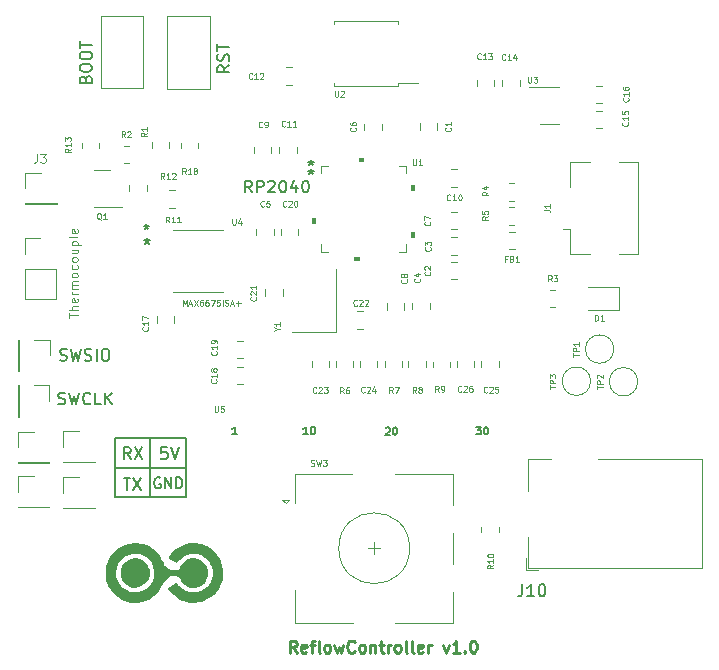
<source format=gto>
G04 #@! TF.GenerationSoftware,KiCad,Pcbnew,(6.0.4)*
G04 #@! TF.CreationDate,2022-04-25T08:49:56+03:00*
G04 #@! TF.ProjectId,ReflowController-v1,5265666c-6f77-4436-9f6e-74726f6c6c65,rev?*
G04 #@! TF.SameCoordinates,Original*
G04 #@! TF.FileFunction,Legend,Top*
G04 #@! TF.FilePolarity,Positive*
%FSLAX46Y46*%
G04 Gerber Fmt 4.6, Leading zero omitted, Abs format (unit mm)*
G04 Created by KiCad (PCBNEW (6.0.4)) date 2022-04-25 08:49:56*
%MOMM*%
%LPD*%
G01*
G04 APERTURE LIST*
%ADD10C,0.150000*%
%ADD11C,0.250000*%
%ADD12C,0.125000*%
%ADD13C,0.120000*%
%ADD14C,0.100000*%
G04 APERTURE END LIST*
D10*
X118000000Y-109000000D02*
X118000000Y-114000000D01*
X118000000Y-114000000D02*
X112000000Y-114000000D01*
X112000000Y-111500000D02*
X118000000Y-111500000D01*
X115000000Y-109000000D02*
X115000000Y-114000000D01*
X112000000Y-114000000D02*
X112000000Y-109000000D01*
X112000000Y-109000000D02*
X118000000Y-109000000D01*
D11*
X127380476Y-127132380D02*
X127047142Y-126656190D01*
X126809047Y-127132380D02*
X126809047Y-126132380D01*
X127190000Y-126132380D01*
X127285238Y-126180000D01*
X127332857Y-126227619D01*
X127380476Y-126322857D01*
X127380476Y-126465714D01*
X127332857Y-126560952D01*
X127285238Y-126608571D01*
X127190000Y-126656190D01*
X126809047Y-126656190D01*
X128190000Y-127084761D02*
X128094761Y-127132380D01*
X127904285Y-127132380D01*
X127809047Y-127084761D01*
X127761428Y-126989523D01*
X127761428Y-126608571D01*
X127809047Y-126513333D01*
X127904285Y-126465714D01*
X128094761Y-126465714D01*
X128190000Y-126513333D01*
X128237619Y-126608571D01*
X128237619Y-126703809D01*
X127761428Y-126799047D01*
X128523333Y-126465714D02*
X128904285Y-126465714D01*
X128666190Y-127132380D02*
X128666190Y-126275238D01*
X128713809Y-126180000D01*
X128809047Y-126132380D01*
X128904285Y-126132380D01*
X129380476Y-127132380D02*
X129285238Y-127084761D01*
X129237619Y-126989523D01*
X129237619Y-126132380D01*
X129904285Y-127132380D02*
X129809047Y-127084761D01*
X129761428Y-127037142D01*
X129713809Y-126941904D01*
X129713809Y-126656190D01*
X129761428Y-126560952D01*
X129809047Y-126513333D01*
X129904285Y-126465714D01*
X130047142Y-126465714D01*
X130142380Y-126513333D01*
X130190000Y-126560952D01*
X130237619Y-126656190D01*
X130237619Y-126941904D01*
X130190000Y-127037142D01*
X130142380Y-127084761D01*
X130047142Y-127132380D01*
X129904285Y-127132380D01*
X130570952Y-126465714D02*
X130761428Y-127132380D01*
X130951904Y-126656190D01*
X131142380Y-127132380D01*
X131332857Y-126465714D01*
X132285238Y-127037142D02*
X132237619Y-127084761D01*
X132094761Y-127132380D01*
X131999523Y-127132380D01*
X131856666Y-127084761D01*
X131761428Y-126989523D01*
X131713809Y-126894285D01*
X131666190Y-126703809D01*
X131666190Y-126560952D01*
X131713809Y-126370476D01*
X131761428Y-126275238D01*
X131856666Y-126180000D01*
X131999523Y-126132380D01*
X132094761Y-126132380D01*
X132237619Y-126180000D01*
X132285238Y-126227619D01*
X132856666Y-127132380D02*
X132761428Y-127084761D01*
X132713809Y-127037142D01*
X132666190Y-126941904D01*
X132666190Y-126656190D01*
X132713809Y-126560952D01*
X132761428Y-126513333D01*
X132856666Y-126465714D01*
X132999523Y-126465714D01*
X133094761Y-126513333D01*
X133142380Y-126560952D01*
X133190000Y-126656190D01*
X133190000Y-126941904D01*
X133142380Y-127037142D01*
X133094761Y-127084761D01*
X132999523Y-127132380D01*
X132856666Y-127132380D01*
X133618571Y-126465714D02*
X133618571Y-127132380D01*
X133618571Y-126560952D02*
X133666190Y-126513333D01*
X133761428Y-126465714D01*
X133904285Y-126465714D01*
X133999523Y-126513333D01*
X134047142Y-126608571D01*
X134047142Y-127132380D01*
X134380476Y-126465714D02*
X134761428Y-126465714D01*
X134523333Y-126132380D02*
X134523333Y-126989523D01*
X134570952Y-127084761D01*
X134666190Y-127132380D01*
X134761428Y-127132380D01*
X135094761Y-127132380D02*
X135094761Y-126465714D01*
X135094761Y-126656190D02*
X135142380Y-126560952D01*
X135190000Y-126513333D01*
X135285238Y-126465714D01*
X135380476Y-126465714D01*
X135856666Y-127132380D02*
X135761428Y-127084761D01*
X135713809Y-127037142D01*
X135666190Y-126941904D01*
X135666190Y-126656190D01*
X135713809Y-126560952D01*
X135761428Y-126513333D01*
X135856666Y-126465714D01*
X135999523Y-126465714D01*
X136094761Y-126513333D01*
X136142380Y-126560952D01*
X136190000Y-126656190D01*
X136190000Y-126941904D01*
X136142380Y-127037142D01*
X136094761Y-127084761D01*
X135999523Y-127132380D01*
X135856666Y-127132380D01*
X136761428Y-127132380D02*
X136666190Y-127084761D01*
X136618571Y-126989523D01*
X136618571Y-126132380D01*
X137285238Y-127132380D02*
X137190000Y-127084761D01*
X137142380Y-126989523D01*
X137142380Y-126132380D01*
X138047142Y-127084761D02*
X137951904Y-127132380D01*
X137761428Y-127132380D01*
X137666190Y-127084761D01*
X137618571Y-126989523D01*
X137618571Y-126608571D01*
X137666190Y-126513333D01*
X137761428Y-126465714D01*
X137951904Y-126465714D01*
X138047142Y-126513333D01*
X138094761Y-126608571D01*
X138094761Y-126703809D01*
X137618571Y-126799047D01*
X138523333Y-127132380D02*
X138523333Y-126465714D01*
X138523333Y-126656190D02*
X138570952Y-126560952D01*
X138618571Y-126513333D01*
X138713809Y-126465714D01*
X138809047Y-126465714D01*
X139809047Y-126465714D02*
X140047142Y-127132380D01*
X140285238Y-126465714D01*
X141190000Y-127132380D02*
X140618571Y-127132380D01*
X140904285Y-127132380D02*
X140904285Y-126132380D01*
X140809047Y-126275238D01*
X140713809Y-126370476D01*
X140618571Y-126418095D01*
X141618571Y-127037142D02*
X141666190Y-127084761D01*
X141618571Y-127132380D01*
X141570952Y-127084761D01*
X141618571Y-127037142D01*
X141618571Y-127132380D01*
X142285238Y-126132380D02*
X142380476Y-126132380D01*
X142475714Y-126180000D01*
X142523333Y-126227619D01*
X142570952Y-126322857D01*
X142618571Y-126513333D01*
X142618571Y-126751428D01*
X142570952Y-126941904D01*
X142523333Y-127037142D01*
X142475714Y-127084761D01*
X142380476Y-127132380D01*
X142285238Y-127132380D01*
X142190000Y-127084761D01*
X142142380Y-127037142D01*
X142094761Y-126941904D01*
X142047142Y-126751428D01*
X142047142Y-126513333D01*
X142094761Y-126322857D01*
X142142380Y-126227619D01*
X142190000Y-126180000D01*
X142285238Y-126132380D01*
D12*
X145193333Y-93784285D02*
X145026666Y-93784285D01*
X145026666Y-94046190D02*
X145026666Y-93546190D01*
X145264761Y-93546190D01*
X145621904Y-93784285D02*
X145693333Y-93808095D01*
X145717142Y-93831904D01*
X145740952Y-93879523D01*
X145740952Y-93950952D01*
X145717142Y-93998571D01*
X145693333Y-94022380D01*
X145645714Y-94046190D01*
X145455238Y-94046190D01*
X145455238Y-93546190D01*
X145621904Y-93546190D01*
X145669523Y-93570000D01*
X145693333Y-93593809D01*
X145717142Y-93641428D01*
X145717142Y-93689047D01*
X145693333Y-93736666D01*
X145669523Y-93760476D01*
X145621904Y-93784285D01*
X145455238Y-93784285D01*
X146217142Y-94046190D02*
X145931428Y-94046190D01*
X146074285Y-94046190D02*
X146074285Y-93546190D01*
X146026666Y-93617619D01*
X145979047Y-93665238D01*
X145931428Y-93689047D01*
X137788571Y-95483333D02*
X137812380Y-95507142D01*
X137836190Y-95578571D01*
X137836190Y-95626190D01*
X137812380Y-95697619D01*
X137764761Y-95745238D01*
X137717142Y-95769047D01*
X137621904Y-95792857D01*
X137550476Y-95792857D01*
X137455238Y-95769047D01*
X137407619Y-95745238D01*
X137360000Y-95697619D01*
X137336190Y-95626190D01*
X137336190Y-95578571D01*
X137360000Y-95507142D01*
X137383809Y-95483333D01*
X137502857Y-95054761D02*
X137836190Y-95054761D01*
X137312380Y-95173809D02*
X137669523Y-95292857D01*
X137669523Y-94983333D01*
X138698571Y-92823333D02*
X138722380Y-92847142D01*
X138746190Y-92918571D01*
X138746190Y-92966190D01*
X138722380Y-93037619D01*
X138674761Y-93085238D01*
X138627142Y-93109047D01*
X138531904Y-93132857D01*
X138460476Y-93132857D01*
X138365238Y-93109047D01*
X138317619Y-93085238D01*
X138270000Y-93037619D01*
X138246190Y-92966190D01*
X138246190Y-92918571D01*
X138270000Y-92847142D01*
X138293809Y-92823333D01*
X138246190Y-92656666D02*
X138246190Y-92347142D01*
X138436666Y-92513809D01*
X138436666Y-92442380D01*
X138460476Y-92394761D01*
X138484285Y-92370952D01*
X138531904Y-92347142D01*
X138650952Y-92347142D01*
X138698571Y-92370952D01*
X138722380Y-92394761D01*
X138746190Y-92442380D01*
X138746190Y-92585238D01*
X138722380Y-92632857D01*
X138698571Y-92656666D01*
X126498571Y-89328571D02*
X126474761Y-89352380D01*
X126403333Y-89376190D01*
X126355714Y-89376190D01*
X126284285Y-89352380D01*
X126236666Y-89304761D01*
X126212857Y-89257142D01*
X126189047Y-89161904D01*
X126189047Y-89090476D01*
X126212857Y-88995238D01*
X126236666Y-88947619D01*
X126284285Y-88900000D01*
X126355714Y-88876190D01*
X126403333Y-88876190D01*
X126474761Y-88900000D01*
X126498571Y-88923809D01*
X126689047Y-88923809D02*
X126712857Y-88900000D01*
X126760476Y-88876190D01*
X126879523Y-88876190D01*
X126927142Y-88900000D01*
X126950952Y-88923809D01*
X126974761Y-88971428D01*
X126974761Y-89019047D01*
X126950952Y-89090476D01*
X126665238Y-89376190D01*
X126974761Y-89376190D01*
X127284285Y-88876190D02*
X127331904Y-88876190D01*
X127379523Y-88900000D01*
X127403333Y-88923809D01*
X127427142Y-88971428D01*
X127450952Y-89066666D01*
X127450952Y-89185714D01*
X127427142Y-89280952D01*
X127403333Y-89328571D01*
X127379523Y-89352380D01*
X127331904Y-89376190D01*
X127284285Y-89376190D01*
X127236666Y-89352380D01*
X127212857Y-89328571D01*
X127189047Y-89280952D01*
X127165238Y-89185714D01*
X127165238Y-89066666D01*
X127189047Y-88971428D01*
X127212857Y-88923809D01*
X127236666Y-88900000D01*
X127284285Y-88876190D01*
D10*
X116409523Y-109752380D02*
X115933333Y-109752380D01*
X115885714Y-110228571D01*
X115933333Y-110180952D01*
X116028571Y-110133333D01*
X116266666Y-110133333D01*
X116361904Y-110180952D01*
X116409523Y-110228571D01*
X116457142Y-110323809D01*
X116457142Y-110561904D01*
X116409523Y-110657142D01*
X116361904Y-110704761D01*
X116266666Y-110752380D01*
X116028571Y-110752380D01*
X115933333Y-110704761D01*
X115885714Y-110657142D01*
X116742857Y-109752380D02*
X117076190Y-110752380D01*
X117409523Y-109752380D01*
D12*
X137219047Y-85386190D02*
X137219047Y-85790952D01*
X137242857Y-85838571D01*
X137266666Y-85862380D01*
X137314285Y-85886190D01*
X137409523Y-85886190D01*
X137457142Y-85862380D01*
X137480952Y-85838571D01*
X137504761Y-85790952D01*
X137504761Y-85386190D01*
X138004761Y-85886190D02*
X137719047Y-85886190D01*
X137861904Y-85886190D02*
X137861904Y-85386190D01*
X137814285Y-85457619D01*
X137766666Y-85505238D01*
X137719047Y-85529047D01*
D10*
X123594761Y-88172380D02*
X123261428Y-87696190D01*
X123023333Y-88172380D02*
X123023333Y-87172380D01*
X123404285Y-87172380D01*
X123499523Y-87220000D01*
X123547142Y-87267619D01*
X123594761Y-87362857D01*
X123594761Y-87505714D01*
X123547142Y-87600952D01*
X123499523Y-87648571D01*
X123404285Y-87696190D01*
X123023333Y-87696190D01*
X124023333Y-88172380D02*
X124023333Y-87172380D01*
X124404285Y-87172380D01*
X124499523Y-87220000D01*
X124547142Y-87267619D01*
X124594761Y-87362857D01*
X124594761Y-87505714D01*
X124547142Y-87600952D01*
X124499523Y-87648571D01*
X124404285Y-87696190D01*
X124023333Y-87696190D01*
X124975714Y-87267619D02*
X125023333Y-87220000D01*
X125118571Y-87172380D01*
X125356666Y-87172380D01*
X125451904Y-87220000D01*
X125499523Y-87267619D01*
X125547142Y-87362857D01*
X125547142Y-87458095D01*
X125499523Y-87600952D01*
X124928095Y-88172380D01*
X125547142Y-88172380D01*
X126166190Y-87172380D02*
X126261428Y-87172380D01*
X126356666Y-87220000D01*
X126404285Y-87267619D01*
X126451904Y-87362857D01*
X126499523Y-87553333D01*
X126499523Y-87791428D01*
X126451904Y-87981904D01*
X126404285Y-88077142D01*
X126356666Y-88124761D01*
X126261428Y-88172380D01*
X126166190Y-88172380D01*
X126070952Y-88124761D01*
X126023333Y-88077142D01*
X125975714Y-87981904D01*
X125928095Y-87791428D01*
X125928095Y-87553333D01*
X125975714Y-87362857D01*
X126023333Y-87267619D01*
X126070952Y-87220000D01*
X126166190Y-87172380D01*
X127356666Y-87505714D02*
X127356666Y-88172380D01*
X127118571Y-87124761D02*
X126880476Y-87839047D01*
X127499523Y-87839047D01*
X128070952Y-87172380D02*
X128166190Y-87172380D01*
X128261428Y-87220000D01*
X128309047Y-87267619D01*
X128356666Y-87362857D01*
X128404285Y-87553333D01*
X128404285Y-87791428D01*
X128356666Y-87981904D01*
X128309047Y-88077142D01*
X128261428Y-88124761D01*
X128166190Y-88172380D01*
X128070952Y-88172380D01*
X127975714Y-88124761D01*
X127928095Y-88077142D01*
X127880476Y-87981904D01*
X127832857Y-87791428D01*
X127832857Y-87553333D01*
X127880476Y-87362857D01*
X127928095Y-87267619D01*
X127975714Y-87220000D01*
X128070952Y-87172380D01*
X128610000Y-85442380D02*
X128610000Y-85680476D01*
X128371904Y-85585238D02*
X128610000Y-85680476D01*
X128848095Y-85585238D01*
X128467142Y-85870952D02*
X128610000Y-85680476D01*
X128752857Y-85870952D01*
X128595000Y-86202380D02*
X128595000Y-86440476D01*
X128356904Y-86345238D02*
X128595000Y-86440476D01*
X128833095Y-86345238D01*
X128452142Y-86630952D02*
X128595000Y-86440476D01*
X128737857Y-86630952D01*
D12*
X140398571Y-88798571D02*
X140374761Y-88822380D01*
X140303333Y-88846190D01*
X140255714Y-88846190D01*
X140184285Y-88822380D01*
X140136666Y-88774761D01*
X140112857Y-88727142D01*
X140089047Y-88631904D01*
X140089047Y-88560476D01*
X140112857Y-88465238D01*
X140136666Y-88417619D01*
X140184285Y-88370000D01*
X140255714Y-88346190D01*
X140303333Y-88346190D01*
X140374761Y-88370000D01*
X140398571Y-88393809D01*
X140874761Y-88846190D02*
X140589047Y-88846190D01*
X140731904Y-88846190D02*
X140731904Y-88346190D01*
X140684285Y-88417619D01*
X140636666Y-88465238D01*
X140589047Y-88489047D01*
X141184285Y-88346190D02*
X141231904Y-88346190D01*
X141279523Y-88370000D01*
X141303333Y-88393809D01*
X141327142Y-88441428D01*
X141350952Y-88536666D01*
X141350952Y-88655714D01*
X141327142Y-88750952D01*
X141303333Y-88798571D01*
X141279523Y-88822380D01*
X141231904Y-88846190D01*
X141184285Y-88846190D01*
X141136666Y-88822380D01*
X141112857Y-88798571D01*
X141089047Y-88750952D01*
X141065238Y-88655714D01*
X141065238Y-88536666D01*
X141089047Y-88441428D01*
X141112857Y-88393809D01*
X141136666Y-88370000D01*
X141184285Y-88346190D01*
X142978571Y-76858571D02*
X142954761Y-76882380D01*
X142883333Y-76906190D01*
X142835714Y-76906190D01*
X142764285Y-76882380D01*
X142716666Y-76834761D01*
X142692857Y-76787142D01*
X142669047Y-76691904D01*
X142669047Y-76620476D01*
X142692857Y-76525238D01*
X142716666Y-76477619D01*
X142764285Y-76430000D01*
X142835714Y-76406190D01*
X142883333Y-76406190D01*
X142954761Y-76430000D01*
X142978571Y-76453809D01*
X143454761Y-76906190D02*
X143169047Y-76906190D01*
X143311904Y-76906190D02*
X143311904Y-76406190D01*
X143264285Y-76477619D01*
X143216666Y-76525238D01*
X143169047Y-76549047D01*
X143621428Y-76406190D02*
X143930952Y-76406190D01*
X143764285Y-76596666D01*
X143835714Y-76596666D01*
X143883333Y-76620476D01*
X143907142Y-76644285D01*
X143930952Y-76691904D01*
X143930952Y-76810952D01*
X143907142Y-76858571D01*
X143883333Y-76882380D01*
X143835714Y-76906190D01*
X143692857Y-76906190D01*
X143645238Y-76882380D01*
X143621428Y-76858571D01*
X146979047Y-78376190D02*
X146979047Y-78780952D01*
X147002857Y-78828571D01*
X147026666Y-78852380D01*
X147074285Y-78876190D01*
X147169523Y-78876190D01*
X147217142Y-78852380D01*
X147240952Y-78828571D01*
X147264761Y-78780952D01*
X147264761Y-78376190D01*
X147455238Y-78376190D02*
X147764761Y-78376190D01*
X147598095Y-78566666D01*
X147669523Y-78566666D01*
X147717142Y-78590476D01*
X147740952Y-78614285D01*
X147764761Y-78661904D01*
X147764761Y-78780952D01*
X147740952Y-78828571D01*
X147717142Y-78852380D01*
X147669523Y-78876190D01*
X147526666Y-78876190D01*
X147479047Y-78852380D01*
X147455238Y-78828571D01*
X116618571Y-90716190D02*
X116451904Y-90478095D01*
X116332857Y-90716190D02*
X116332857Y-90216190D01*
X116523333Y-90216190D01*
X116570952Y-90240000D01*
X116594761Y-90263809D01*
X116618571Y-90311428D01*
X116618571Y-90382857D01*
X116594761Y-90430476D01*
X116570952Y-90454285D01*
X116523333Y-90478095D01*
X116332857Y-90478095D01*
X117094761Y-90716190D02*
X116809047Y-90716190D01*
X116951904Y-90716190D02*
X116951904Y-90216190D01*
X116904285Y-90287619D01*
X116856666Y-90335238D01*
X116809047Y-90359047D01*
X117570952Y-90716190D02*
X117285238Y-90716190D01*
X117428095Y-90716190D02*
X117428095Y-90216190D01*
X117380476Y-90287619D01*
X117332857Y-90335238D01*
X117285238Y-90359047D01*
X120439047Y-106266190D02*
X120439047Y-106670952D01*
X120462857Y-106718571D01*
X120486666Y-106742380D01*
X120534285Y-106766190D01*
X120629523Y-106766190D01*
X120677142Y-106742380D01*
X120700952Y-106718571D01*
X120724761Y-106670952D01*
X120724761Y-106266190D01*
X121200952Y-106266190D02*
X120962857Y-106266190D01*
X120939047Y-106504285D01*
X120962857Y-106480476D01*
X121010476Y-106456666D01*
X121129523Y-106456666D01*
X121177142Y-106480476D01*
X121200952Y-106504285D01*
X121224761Y-106551904D01*
X121224761Y-106670952D01*
X121200952Y-106718571D01*
X121177142Y-106742380D01*
X121129523Y-106766190D01*
X121010476Y-106766190D01*
X120962857Y-106742380D01*
X120939047Y-106718571D01*
D10*
X128318095Y-108649523D02*
X127952380Y-108649523D01*
X128135238Y-108649523D02*
X128135238Y-108009523D01*
X128074285Y-108100952D01*
X128013333Y-108161904D01*
X127952380Y-108192380D01*
X128714285Y-108009523D02*
X128775238Y-108009523D01*
X128836190Y-108040000D01*
X128866666Y-108070476D01*
X128897142Y-108131428D01*
X128927619Y-108253333D01*
X128927619Y-108405714D01*
X128897142Y-108527619D01*
X128866666Y-108588571D01*
X128836190Y-108619047D01*
X128775238Y-108649523D01*
X128714285Y-108649523D01*
X128653333Y-108619047D01*
X128622857Y-108588571D01*
X128592380Y-108527619D01*
X128561904Y-108405714D01*
X128561904Y-108253333D01*
X128592380Y-108131428D01*
X128622857Y-108070476D01*
X128653333Y-108040000D01*
X128714285Y-108009523D01*
X142591904Y-108019523D02*
X142988095Y-108019523D01*
X142774761Y-108263333D01*
X142866190Y-108263333D01*
X142927142Y-108293809D01*
X142957619Y-108324285D01*
X142988095Y-108385238D01*
X142988095Y-108537619D01*
X142957619Y-108598571D01*
X142927142Y-108629047D01*
X142866190Y-108659523D01*
X142683333Y-108659523D01*
X142622380Y-108629047D01*
X142591904Y-108598571D01*
X143384285Y-108019523D02*
X143445238Y-108019523D01*
X143506190Y-108050000D01*
X143536666Y-108080476D01*
X143567142Y-108141428D01*
X143597619Y-108263333D01*
X143597619Y-108415714D01*
X143567142Y-108537619D01*
X143536666Y-108598571D01*
X143506190Y-108629047D01*
X143445238Y-108659523D01*
X143384285Y-108659523D01*
X143323333Y-108629047D01*
X143292857Y-108598571D01*
X143262380Y-108537619D01*
X143231904Y-108415714D01*
X143231904Y-108263333D01*
X143262380Y-108141428D01*
X143292857Y-108080476D01*
X143323333Y-108050000D01*
X143384285Y-108019523D01*
X134912380Y-108120476D02*
X134942857Y-108090000D01*
X135003809Y-108059523D01*
X135156190Y-108059523D01*
X135217142Y-108090000D01*
X135247619Y-108120476D01*
X135278095Y-108181428D01*
X135278095Y-108242380D01*
X135247619Y-108333809D01*
X134881904Y-108699523D01*
X135278095Y-108699523D01*
X135674285Y-108059523D02*
X135735238Y-108059523D01*
X135796190Y-108090000D01*
X135826666Y-108120476D01*
X135857142Y-108181428D01*
X135887619Y-108303333D01*
X135887619Y-108455714D01*
X135857142Y-108577619D01*
X135826666Y-108638571D01*
X135796190Y-108669047D01*
X135735238Y-108699523D01*
X135674285Y-108699523D01*
X135613333Y-108669047D01*
X135582857Y-108638571D01*
X135552380Y-108577619D01*
X135521904Y-108455714D01*
X135521904Y-108303333D01*
X135552380Y-108181428D01*
X135582857Y-108120476D01*
X135613333Y-108090000D01*
X135674285Y-108059523D01*
X122312857Y-108649523D02*
X121947142Y-108649523D01*
X122130000Y-108649523D02*
X122130000Y-108009523D01*
X122069047Y-108100952D01*
X122008095Y-108161904D01*
X121947142Y-108192380D01*
D12*
X131356666Y-105186190D02*
X131190000Y-104948095D01*
X131070952Y-105186190D02*
X131070952Y-104686190D01*
X131261428Y-104686190D01*
X131309047Y-104710000D01*
X131332857Y-104733809D01*
X131356666Y-104781428D01*
X131356666Y-104852857D01*
X131332857Y-104900476D01*
X131309047Y-104924285D01*
X131261428Y-104948095D01*
X131070952Y-104948095D01*
X131785238Y-104686190D02*
X131690000Y-104686190D01*
X131642380Y-104710000D01*
X131618571Y-104733809D01*
X131570952Y-104805238D01*
X131547142Y-104900476D01*
X131547142Y-105090952D01*
X131570952Y-105138571D01*
X131594761Y-105162380D01*
X131642380Y-105186190D01*
X131737619Y-105186190D01*
X131785238Y-105162380D01*
X131809047Y-105138571D01*
X131832857Y-105090952D01*
X131832857Y-104971904D01*
X131809047Y-104924285D01*
X131785238Y-104900476D01*
X131737619Y-104876666D01*
X131642380Y-104876666D01*
X131594761Y-104900476D01*
X131570952Y-104924285D01*
X131547142Y-104971904D01*
X108256190Y-84461428D02*
X108018095Y-84628095D01*
X108256190Y-84747142D02*
X107756190Y-84747142D01*
X107756190Y-84556666D01*
X107780000Y-84509047D01*
X107803809Y-84485238D01*
X107851428Y-84461428D01*
X107922857Y-84461428D01*
X107970476Y-84485238D01*
X107994285Y-84509047D01*
X108018095Y-84556666D01*
X108018095Y-84747142D01*
X108256190Y-83985238D02*
X108256190Y-84270952D01*
X108256190Y-84128095D02*
X107756190Y-84128095D01*
X107827619Y-84175714D01*
X107875238Y-84223333D01*
X107899047Y-84270952D01*
X107756190Y-83818571D02*
X107756190Y-83509047D01*
X107946666Y-83675714D01*
X107946666Y-83604285D01*
X107970476Y-83556666D01*
X107994285Y-83532857D01*
X108041904Y-83509047D01*
X108160952Y-83509047D01*
X108208571Y-83532857D01*
X108232380Y-83556666D01*
X108256190Y-83604285D01*
X108256190Y-83747142D01*
X108232380Y-83794761D01*
X108208571Y-83818571D01*
X114768571Y-99581428D02*
X114792380Y-99605238D01*
X114816190Y-99676666D01*
X114816190Y-99724285D01*
X114792380Y-99795714D01*
X114744761Y-99843333D01*
X114697142Y-99867142D01*
X114601904Y-99890952D01*
X114530476Y-99890952D01*
X114435238Y-99867142D01*
X114387619Y-99843333D01*
X114340000Y-99795714D01*
X114316190Y-99724285D01*
X114316190Y-99676666D01*
X114340000Y-99605238D01*
X114363809Y-99581428D01*
X114816190Y-99105238D02*
X114816190Y-99390952D01*
X114816190Y-99248095D02*
X114316190Y-99248095D01*
X114387619Y-99295714D01*
X114435238Y-99343333D01*
X114459047Y-99390952D01*
X114316190Y-98938571D02*
X114316190Y-98605238D01*
X114816190Y-98819523D01*
X148798190Y-104790952D02*
X148798190Y-104505238D01*
X149298190Y-104648095D02*
X148798190Y-104648095D01*
X149298190Y-104338571D02*
X148798190Y-104338571D01*
X148798190Y-104148095D01*
X148822000Y-104100476D01*
X148845809Y-104076666D01*
X148893428Y-104052857D01*
X148964857Y-104052857D01*
X149012476Y-104076666D01*
X149036285Y-104100476D01*
X149060095Y-104148095D01*
X149060095Y-104338571D01*
X148798190Y-103886190D02*
X148798190Y-103576666D01*
X148988666Y-103743333D01*
X148988666Y-103671904D01*
X149012476Y-103624285D01*
X149036285Y-103600476D01*
X149083904Y-103576666D01*
X149202952Y-103576666D01*
X149250571Y-103600476D01*
X149274380Y-103624285D01*
X149298190Y-103671904D01*
X149298190Y-103814761D01*
X149274380Y-103862380D01*
X149250571Y-103886190D01*
X148326190Y-89666666D02*
X148683333Y-89666666D01*
X148754761Y-89690476D01*
X148802380Y-89738095D01*
X148826190Y-89809523D01*
X148826190Y-89857142D01*
X148826190Y-89166666D02*
X148826190Y-89452380D01*
X148826190Y-89309523D02*
X148326190Y-89309523D01*
X148397619Y-89357142D01*
X148445238Y-89404761D01*
X148469047Y-89452380D01*
X130619047Y-79566190D02*
X130619047Y-79970952D01*
X130642857Y-80018571D01*
X130666666Y-80042380D01*
X130714285Y-80066190D01*
X130809523Y-80066190D01*
X130857142Y-80042380D01*
X130880952Y-80018571D01*
X130904761Y-79970952D01*
X130904761Y-79566190D01*
X131119047Y-79613809D02*
X131142857Y-79590000D01*
X131190476Y-79566190D01*
X131309523Y-79566190D01*
X131357142Y-79590000D01*
X131380952Y-79613809D01*
X131404761Y-79661428D01*
X131404761Y-79709047D01*
X131380952Y-79780476D01*
X131095238Y-80066190D01*
X131404761Y-80066190D01*
X150768190Y-102070952D02*
X150768190Y-101785238D01*
X151268190Y-101928095D02*
X150768190Y-101928095D01*
X151268190Y-101618571D02*
X150768190Y-101618571D01*
X150768190Y-101428095D01*
X150792000Y-101380476D01*
X150815809Y-101356666D01*
X150863428Y-101332857D01*
X150934857Y-101332857D01*
X150982476Y-101356666D01*
X151006285Y-101380476D01*
X151030095Y-101428095D01*
X151030095Y-101618571D01*
X151268190Y-100856666D02*
X151268190Y-101142380D01*
X151268190Y-100999523D02*
X150768190Y-100999523D01*
X150839619Y-101047142D01*
X150887238Y-101094761D01*
X150911047Y-101142380D01*
X152643452Y-99026190D02*
X152643452Y-98526190D01*
X152762500Y-98526190D01*
X152833928Y-98550000D01*
X152881547Y-98597619D01*
X152905357Y-98645238D01*
X152929166Y-98740476D01*
X152929166Y-98811904D01*
X152905357Y-98907142D01*
X152881547Y-98954761D01*
X152833928Y-99002380D01*
X152762500Y-99026190D01*
X152643452Y-99026190D01*
X153405357Y-99026190D02*
X153119642Y-99026190D01*
X153262500Y-99026190D02*
X153262500Y-98526190D01*
X153214880Y-98597619D01*
X153167261Y-98645238D01*
X153119642Y-98669047D01*
D10*
X121672380Y-77427619D02*
X121196190Y-77760952D01*
X121672380Y-77999047D02*
X120672380Y-77999047D01*
X120672380Y-77618095D01*
X120720000Y-77522857D01*
X120767619Y-77475238D01*
X120862857Y-77427619D01*
X121005714Y-77427619D01*
X121100952Y-77475238D01*
X121148571Y-77522857D01*
X121196190Y-77618095D01*
X121196190Y-77999047D01*
X121624761Y-77046666D02*
X121672380Y-76903809D01*
X121672380Y-76665714D01*
X121624761Y-76570476D01*
X121577142Y-76522857D01*
X121481904Y-76475238D01*
X121386666Y-76475238D01*
X121291428Y-76522857D01*
X121243809Y-76570476D01*
X121196190Y-76665714D01*
X121148571Y-76856190D01*
X121100952Y-76951428D01*
X121053333Y-76999047D01*
X120958095Y-77046666D01*
X120862857Y-77046666D01*
X120767619Y-76999047D01*
X120720000Y-76951428D01*
X120672380Y-76856190D01*
X120672380Y-76618095D01*
X120720000Y-76475238D01*
X120672380Y-76189523D02*
X120672380Y-75618095D01*
X121672380Y-75903809D02*
X120672380Y-75903809D01*
D12*
X141328571Y-105008571D02*
X141304761Y-105032380D01*
X141233333Y-105056190D01*
X141185714Y-105056190D01*
X141114285Y-105032380D01*
X141066666Y-104984761D01*
X141042857Y-104937142D01*
X141019047Y-104841904D01*
X141019047Y-104770476D01*
X141042857Y-104675238D01*
X141066666Y-104627619D01*
X141114285Y-104580000D01*
X141185714Y-104556190D01*
X141233333Y-104556190D01*
X141304761Y-104580000D01*
X141328571Y-104603809D01*
X141519047Y-104603809D02*
X141542857Y-104580000D01*
X141590476Y-104556190D01*
X141709523Y-104556190D01*
X141757142Y-104580000D01*
X141780952Y-104603809D01*
X141804761Y-104651428D01*
X141804761Y-104699047D01*
X141780952Y-104770476D01*
X141495238Y-105056190D01*
X141804761Y-105056190D01*
X142233333Y-104556190D02*
X142138095Y-104556190D01*
X142090476Y-104580000D01*
X142066666Y-104603809D01*
X142019047Y-104675238D01*
X141995238Y-104770476D01*
X141995238Y-104960952D01*
X142019047Y-105008571D01*
X142042857Y-105032380D01*
X142090476Y-105056190D01*
X142185714Y-105056190D01*
X142233333Y-105032380D01*
X142257142Y-105008571D01*
X142280952Y-104960952D01*
X142280952Y-104841904D01*
X142257142Y-104794285D01*
X142233333Y-104770476D01*
X142185714Y-104746666D01*
X142090476Y-104746666D01*
X142042857Y-104770476D01*
X142019047Y-104794285D01*
X141995238Y-104841904D01*
X120588571Y-101631428D02*
X120612380Y-101655238D01*
X120636190Y-101726666D01*
X120636190Y-101774285D01*
X120612380Y-101845714D01*
X120564761Y-101893333D01*
X120517142Y-101917142D01*
X120421904Y-101940952D01*
X120350476Y-101940952D01*
X120255238Y-101917142D01*
X120207619Y-101893333D01*
X120160000Y-101845714D01*
X120136190Y-101774285D01*
X120136190Y-101726666D01*
X120160000Y-101655238D01*
X120183809Y-101631428D01*
X120636190Y-101155238D02*
X120636190Y-101440952D01*
X120636190Y-101298095D02*
X120136190Y-101298095D01*
X120207619Y-101345714D01*
X120255238Y-101393333D01*
X120279047Y-101440952D01*
X120636190Y-100917142D02*
X120636190Y-100821904D01*
X120612380Y-100774285D01*
X120588571Y-100750476D01*
X120517142Y-100702857D01*
X120421904Y-100679047D01*
X120231428Y-100679047D01*
X120183809Y-100702857D01*
X120160000Y-100726666D01*
X120136190Y-100774285D01*
X120136190Y-100869523D01*
X120160000Y-100917142D01*
X120183809Y-100940952D01*
X120231428Y-100964761D01*
X120350476Y-100964761D01*
X120398095Y-100940952D01*
X120421904Y-100917142D01*
X120445714Y-100869523D01*
X120445714Y-100774285D01*
X120421904Y-100726666D01*
X120398095Y-100702857D01*
X120350476Y-100679047D01*
X139416666Y-105056190D02*
X139250000Y-104818095D01*
X139130952Y-105056190D02*
X139130952Y-104556190D01*
X139321428Y-104556190D01*
X139369047Y-104580000D01*
X139392857Y-104603809D01*
X139416666Y-104651428D01*
X139416666Y-104722857D01*
X139392857Y-104770476D01*
X139369047Y-104794285D01*
X139321428Y-104818095D01*
X139130952Y-104818095D01*
X139654761Y-105056190D02*
X139750000Y-105056190D01*
X139797619Y-105032380D01*
X139821428Y-105008571D01*
X139869047Y-104937142D01*
X139892857Y-104841904D01*
X139892857Y-104651428D01*
X139869047Y-104603809D01*
X139845238Y-104580000D01*
X139797619Y-104556190D01*
X139702380Y-104556190D01*
X139654761Y-104580000D01*
X139630952Y-104603809D01*
X139607142Y-104651428D01*
X139607142Y-104770476D01*
X139630952Y-104818095D01*
X139654761Y-104841904D01*
X139702380Y-104865714D01*
X139797619Y-104865714D01*
X139845238Y-104841904D01*
X139869047Y-104818095D01*
X139892857Y-104770476D01*
X143616190Y-88113333D02*
X143378095Y-88280000D01*
X143616190Y-88399047D02*
X143116190Y-88399047D01*
X143116190Y-88208571D01*
X143140000Y-88160952D01*
X143163809Y-88137142D01*
X143211428Y-88113333D01*
X143282857Y-88113333D01*
X143330476Y-88137142D01*
X143354285Y-88160952D01*
X143378095Y-88208571D01*
X143378095Y-88399047D01*
X143282857Y-87684761D02*
X143616190Y-87684761D01*
X143092380Y-87803809D02*
X143449523Y-87922857D01*
X143449523Y-87613333D01*
D10*
X146490476Y-121352380D02*
X146490476Y-122066666D01*
X146442857Y-122209523D01*
X146347619Y-122304761D01*
X146204761Y-122352380D01*
X146109523Y-122352380D01*
X147490476Y-122352380D02*
X146919047Y-122352380D01*
X147204761Y-122352380D02*
X147204761Y-121352380D01*
X147109523Y-121495238D01*
X147014285Y-121590476D01*
X146919047Y-121638095D01*
X148109523Y-121352380D02*
X148204761Y-121352380D01*
X148300000Y-121400000D01*
X148347619Y-121447619D01*
X148395238Y-121542857D01*
X148442857Y-121733333D01*
X148442857Y-121971428D01*
X148395238Y-122161904D01*
X148347619Y-122257142D01*
X148300000Y-122304761D01*
X148204761Y-122352380D01*
X148109523Y-122352380D01*
X148014285Y-122304761D01*
X147966666Y-122257142D01*
X147919047Y-122161904D01*
X147871428Y-121971428D01*
X147871428Y-121733333D01*
X147919047Y-121542857D01*
X147966666Y-121447619D01*
X148014285Y-121400000D01*
X148109523Y-121352380D01*
D12*
X155448571Y-80171428D02*
X155472380Y-80195238D01*
X155496190Y-80266666D01*
X155496190Y-80314285D01*
X155472380Y-80385714D01*
X155424761Y-80433333D01*
X155377142Y-80457142D01*
X155281904Y-80480952D01*
X155210476Y-80480952D01*
X155115238Y-80457142D01*
X155067619Y-80433333D01*
X155020000Y-80385714D01*
X154996190Y-80314285D01*
X154996190Y-80266666D01*
X155020000Y-80195238D01*
X155043809Y-80171428D01*
X155496190Y-79695238D02*
X155496190Y-79980952D01*
X155496190Y-79838095D02*
X154996190Y-79838095D01*
X155067619Y-79885714D01*
X155115238Y-79933333D01*
X155139047Y-79980952D01*
X154996190Y-79266666D02*
X154996190Y-79361904D01*
X155020000Y-79409523D01*
X155043809Y-79433333D01*
X155115238Y-79480952D01*
X155210476Y-79504761D01*
X155400952Y-79504761D01*
X155448571Y-79480952D01*
X155472380Y-79457142D01*
X155496190Y-79409523D01*
X155496190Y-79314285D01*
X155472380Y-79266666D01*
X155448571Y-79242857D01*
X155400952Y-79219047D01*
X155281904Y-79219047D01*
X155234285Y-79242857D01*
X155210476Y-79266666D01*
X155186666Y-79314285D01*
X155186666Y-79409523D01*
X155210476Y-79457142D01*
X155234285Y-79480952D01*
X155281904Y-79504761D01*
D10*
X107344761Y-102374761D02*
X107487619Y-102422380D01*
X107725714Y-102422380D01*
X107820952Y-102374761D01*
X107868571Y-102327142D01*
X107916190Y-102231904D01*
X107916190Y-102136666D01*
X107868571Y-102041428D01*
X107820952Y-101993809D01*
X107725714Y-101946190D01*
X107535238Y-101898571D01*
X107440000Y-101850952D01*
X107392380Y-101803333D01*
X107344761Y-101708095D01*
X107344761Y-101612857D01*
X107392380Y-101517619D01*
X107440000Y-101470000D01*
X107535238Y-101422380D01*
X107773333Y-101422380D01*
X107916190Y-101470000D01*
X108249523Y-101422380D02*
X108487619Y-102422380D01*
X108678095Y-101708095D01*
X108868571Y-102422380D01*
X109106666Y-101422380D01*
X109440000Y-102374761D02*
X109582857Y-102422380D01*
X109820952Y-102422380D01*
X109916190Y-102374761D01*
X109963809Y-102327142D01*
X110011428Y-102231904D01*
X110011428Y-102136666D01*
X109963809Y-102041428D01*
X109916190Y-101993809D01*
X109820952Y-101946190D01*
X109630476Y-101898571D01*
X109535238Y-101850952D01*
X109487619Y-101803333D01*
X109440000Y-101708095D01*
X109440000Y-101612857D01*
X109487619Y-101517619D01*
X109535238Y-101470000D01*
X109630476Y-101422380D01*
X109868571Y-101422380D01*
X110011428Y-101470000D01*
X110440000Y-102422380D02*
X110440000Y-101422380D01*
X111106666Y-101422380D02*
X111297142Y-101422380D01*
X111392380Y-101470000D01*
X111487619Y-101565238D01*
X111535238Y-101755714D01*
X111535238Y-102089047D01*
X111487619Y-102279523D01*
X111392380Y-102374761D01*
X111297142Y-102422380D01*
X111106666Y-102422380D01*
X111011428Y-102374761D01*
X110916190Y-102279523D01*
X110868571Y-102089047D01*
X110868571Y-101755714D01*
X110916190Y-101565238D01*
X111011428Y-101470000D01*
X111106666Y-101422380D01*
D12*
X125738095Y-99758095D02*
X125976190Y-99758095D01*
X125476190Y-99924761D02*
X125738095Y-99758095D01*
X125476190Y-99591428D01*
X125976190Y-99162857D02*
X125976190Y-99448571D01*
X125976190Y-99305714D02*
X125476190Y-99305714D01*
X125547619Y-99353333D01*
X125595238Y-99400952D01*
X125619047Y-99448571D01*
X110842380Y-90493809D02*
X110794761Y-90470000D01*
X110747142Y-90422380D01*
X110675714Y-90350952D01*
X110628095Y-90327142D01*
X110580476Y-90327142D01*
X110604285Y-90446190D02*
X110556666Y-90422380D01*
X110509047Y-90374761D01*
X110485238Y-90279523D01*
X110485238Y-90112857D01*
X110509047Y-90017619D01*
X110556666Y-89970000D01*
X110604285Y-89946190D01*
X110699523Y-89946190D01*
X110747142Y-89970000D01*
X110794761Y-90017619D01*
X110818571Y-90112857D01*
X110818571Y-90279523D01*
X110794761Y-90374761D01*
X110747142Y-90422380D01*
X110699523Y-90446190D01*
X110604285Y-90446190D01*
X111294761Y-90446190D02*
X111009047Y-90446190D01*
X111151904Y-90446190D02*
X111151904Y-89946190D01*
X111104285Y-90017619D01*
X111056666Y-90065238D01*
X111009047Y-90089047D01*
X145058571Y-76918571D02*
X145034761Y-76942380D01*
X144963333Y-76966190D01*
X144915714Y-76966190D01*
X144844285Y-76942380D01*
X144796666Y-76894761D01*
X144772857Y-76847142D01*
X144749047Y-76751904D01*
X144749047Y-76680476D01*
X144772857Y-76585238D01*
X144796666Y-76537619D01*
X144844285Y-76490000D01*
X144915714Y-76466190D01*
X144963333Y-76466190D01*
X145034761Y-76490000D01*
X145058571Y-76513809D01*
X145534761Y-76966190D02*
X145249047Y-76966190D01*
X145391904Y-76966190D02*
X145391904Y-76466190D01*
X145344285Y-76537619D01*
X145296666Y-76585238D01*
X145249047Y-76609047D01*
X145963333Y-76632857D02*
X145963333Y-76966190D01*
X145844285Y-76442380D02*
X145725238Y-76799523D01*
X146034761Y-76799523D01*
D10*
X113333333Y-110752380D02*
X113000000Y-110276190D01*
X112761904Y-110752380D02*
X112761904Y-109752380D01*
X113142857Y-109752380D01*
X113238095Y-109800000D01*
X113285714Y-109847619D01*
X113333333Y-109942857D01*
X113333333Y-110085714D01*
X113285714Y-110180952D01*
X113238095Y-110228571D01*
X113142857Y-110276190D01*
X112761904Y-110276190D01*
X113666666Y-109752380D02*
X114333333Y-110752380D01*
X114333333Y-109752380D02*
X113666666Y-110752380D01*
D12*
X144026190Y-119721428D02*
X143788095Y-119888095D01*
X144026190Y-120007142D02*
X143526190Y-120007142D01*
X143526190Y-119816666D01*
X143550000Y-119769047D01*
X143573809Y-119745238D01*
X143621428Y-119721428D01*
X143692857Y-119721428D01*
X143740476Y-119745238D01*
X143764285Y-119769047D01*
X143788095Y-119816666D01*
X143788095Y-120007142D01*
X144026190Y-119245238D02*
X144026190Y-119530952D01*
X144026190Y-119388095D02*
X143526190Y-119388095D01*
X143597619Y-119435714D01*
X143645238Y-119483333D01*
X143669047Y-119530952D01*
X143526190Y-118935714D02*
X143526190Y-118888095D01*
X143550000Y-118840476D01*
X143573809Y-118816666D01*
X143621428Y-118792857D01*
X143716666Y-118769047D01*
X143835714Y-118769047D01*
X143930952Y-118792857D01*
X143978571Y-118816666D01*
X144002380Y-118840476D01*
X144026190Y-118888095D01*
X144026190Y-118935714D01*
X144002380Y-118983333D01*
X143978571Y-119007142D01*
X143930952Y-119030952D01*
X143835714Y-119054761D01*
X143716666Y-119054761D01*
X143621428Y-119030952D01*
X143573809Y-119007142D01*
X143550000Y-118983333D01*
X143526190Y-118935714D01*
X123918571Y-97031428D02*
X123942380Y-97055238D01*
X123966190Y-97126666D01*
X123966190Y-97174285D01*
X123942380Y-97245714D01*
X123894761Y-97293333D01*
X123847142Y-97317142D01*
X123751904Y-97340952D01*
X123680476Y-97340952D01*
X123585238Y-97317142D01*
X123537619Y-97293333D01*
X123490000Y-97245714D01*
X123466190Y-97174285D01*
X123466190Y-97126666D01*
X123490000Y-97055238D01*
X123513809Y-97031428D01*
X123513809Y-96840952D02*
X123490000Y-96817142D01*
X123466190Y-96769523D01*
X123466190Y-96650476D01*
X123490000Y-96602857D01*
X123513809Y-96579047D01*
X123561428Y-96555238D01*
X123609047Y-96555238D01*
X123680476Y-96579047D01*
X123966190Y-96864761D01*
X123966190Y-96555238D01*
X123966190Y-96079047D02*
X123966190Y-96364761D01*
X123966190Y-96221904D02*
X123466190Y-96221904D01*
X123537619Y-96269523D01*
X123585238Y-96317142D01*
X123609047Y-96364761D01*
X105400000Y-84899285D02*
X105400000Y-85435000D01*
X105364285Y-85542142D01*
X105292857Y-85613571D01*
X105185714Y-85649285D01*
X105114285Y-85649285D01*
X105685714Y-84899285D02*
X106150000Y-84899285D01*
X105900000Y-85185000D01*
X106007142Y-85185000D01*
X106078571Y-85220714D01*
X106114285Y-85256428D01*
X106150000Y-85327857D01*
X106150000Y-85506428D01*
X106114285Y-85577857D01*
X106078571Y-85613571D01*
X106007142Y-85649285D01*
X105792857Y-85649285D01*
X105721428Y-85613571D01*
X105685714Y-85577857D01*
X116178571Y-87036190D02*
X116011904Y-86798095D01*
X115892857Y-87036190D02*
X115892857Y-86536190D01*
X116083333Y-86536190D01*
X116130952Y-86560000D01*
X116154761Y-86583809D01*
X116178571Y-86631428D01*
X116178571Y-86702857D01*
X116154761Y-86750476D01*
X116130952Y-86774285D01*
X116083333Y-86798095D01*
X115892857Y-86798095D01*
X116654761Y-87036190D02*
X116369047Y-87036190D01*
X116511904Y-87036190D02*
X116511904Y-86536190D01*
X116464285Y-86607619D01*
X116416666Y-86655238D01*
X116369047Y-86679047D01*
X116845238Y-86583809D02*
X116869047Y-86560000D01*
X116916666Y-86536190D01*
X117035714Y-86536190D01*
X117083333Y-86560000D01*
X117107142Y-86583809D01*
X117130952Y-86631428D01*
X117130952Y-86679047D01*
X117107142Y-86750476D01*
X116821428Y-87036190D01*
X117130952Y-87036190D01*
X152788190Y-104830952D02*
X152788190Y-104545238D01*
X153288190Y-104688095D02*
X152788190Y-104688095D01*
X153288190Y-104378571D02*
X152788190Y-104378571D01*
X152788190Y-104188095D01*
X152812000Y-104140476D01*
X152835809Y-104116666D01*
X152883428Y-104092857D01*
X152954857Y-104092857D01*
X153002476Y-104116666D01*
X153026285Y-104140476D01*
X153050095Y-104188095D01*
X153050095Y-104378571D01*
X152835809Y-103902380D02*
X152812000Y-103878571D01*
X152788190Y-103830952D01*
X152788190Y-103711904D01*
X152812000Y-103664285D01*
X152835809Y-103640476D01*
X152883428Y-103616666D01*
X152931047Y-103616666D01*
X153002476Y-103640476D01*
X153288190Y-103926190D01*
X153288190Y-103616666D01*
X132488571Y-97728571D02*
X132464761Y-97752380D01*
X132393333Y-97776190D01*
X132345714Y-97776190D01*
X132274285Y-97752380D01*
X132226666Y-97704761D01*
X132202857Y-97657142D01*
X132179047Y-97561904D01*
X132179047Y-97490476D01*
X132202857Y-97395238D01*
X132226666Y-97347619D01*
X132274285Y-97300000D01*
X132345714Y-97276190D01*
X132393333Y-97276190D01*
X132464761Y-97300000D01*
X132488571Y-97323809D01*
X132679047Y-97323809D02*
X132702857Y-97300000D01*
X132750476Y-97276190D01*
X132869523Y-97276190D01*
X132917142Y-97300000D01*
X132940952Y-97323809D01*
X132964761Y-97371428D01*
X132964761Y-97419047D01*
X132940952Y-97490476D01*
X132655238Y-97776190D01*
X132964761Y-97776190D01*
X133155238Y-97323809D02*
X133179047Y-97300000D01*
X133226666Y-97276190D01*
X133345714Y-97276190D01*
X133393333Y-97300000D01*
X133417142Y-97323809D01*
X133440952Y-97371428D01*
X133440952Y-97419047D01*
X133417142Y-97490476D01*
X133131428Y-97776190D01*
X133440952Y-97776190D01*
D10*
X115824285Y-112350000D02*
X115738571Y-112307142D01*
X115610000Y-112307142D01*
X115481428Y-112350000D01*
X115395714Y-112435714D01*
X115352857Y-112521428D01*
X115310000Y-112692857D01*
X115310000Y-112821428D01*
X115352857Y-112992857D01*
X115395714Y-113078571D01*
X115481428Y-113164285D01*
X115610000Y-113207142D01*
X115695714Y-113207142D01*
X115824285Y-113164285D01*
X115867142Y-113121428D01*
X115867142Y-112821428D01*
X115695714Y-112821428D01*
X116252857Y-113207142D02*
X116252857Y-112307142D01*
X116767142Y-113207142D01*
X116767142Y-112307142D01*
X117195714Y-113207142D02*
X117195714Y-112307142D01*
X117410000Y-112307142D01*
X117538571Y-112350000D01*
X117624285Y-112435714D01*
X117667142Y-112521428D01*
X117710000Y-112692857D01*
X117710000Y-112821428D01*
X117667142Y-112992857D01*
X117624285Y-113078571D01*
X117538571Y-113164285D01*
X117410000Y-113207142D01*
X117195714Y-113207142D01*
D12*
X138658571Y-90663333D02*
X138682380Y-90687142D01*
X138706190Y-90758571D01*
X138706190Y-90806190D01*
X138682380Y-90877619D01*
X138634761Y-90925238D01*
X138587142Y-90949047D01*
X138491904Y-90972857D01*
X138420476Y-90972857D01*
X138325238Y-90949047D01*
X138277619Y-90925238D01*
X138230000Y-90877619D01*
X138206190Y-90806190D01*
X138206190Y-90758571D01*
X138230000Y-90687142D01*
X138253809Y-90663333D01*
X138206190Y-90496666D02*
X138206190Y-90163333D01*
X138706190Y-90377619D01*
X136688571Y-95543333D02*
X136712380Y-95567142D01*
X136736190Y-95638571D01*
X136736190Y-95686190D01*
X136712380Y-95757619D01*
X136664761Y-95805238D01*
X136617142Y-95829047D01*
X136521904Y-95852857D01*
X136450476Y-95852857D01*
X136355238Y-95829047D01*
X136307619Y-95805238D01*
X136260000Y-95757619D01*
X136236190Y-95686190D01*
X136236190Y-95638571D01*
X136260000Y-95567142D01*
X136283809Y-95543333D01*
X136450476Y-95257619D02*
X136426666Y-95305238D01*
X136402857Y-95329047D01*
X136355238Y-95352857D01*
X136331428Y-95352857D01*
X136283809Y-95329047D01*
X136260000Y-95305238D01*
X136236190Y-95257619D01*
X136236190Y-95162380D01*
X136260000Y-95114761D01*
X136283809Y-95090952D01*
X136331428Y-95067142D01*
X136355238Y-95067142D01*
X136402857Y-95090952D01*
X136426666Y-95114761D01*
X136450476Y-95162380D01*
X136450476Y-95257619D01*
X136474285Y-95305238D01*
X136498095Y-95329047D01*
X136545714Y-95352857D01*
X136640952Y-95352857D01*
X136688571Y-95329047D01*
X136712380Y-95305238D01*
X136736190Y-95257619D01*
X136736190Y-95162380D01*
X136712380Y-95114761D01*
X136688571Y-95090952D01*
X136640952Y-95067142D01*
X136545714Y-95067142D01*
X136498095Y-95090952D01*
X136474285Y-95114761D01*
X136450476Y-95162380D01*
X132358571Y-82693333D02*
X132382380Y-82717142D01*
X132406190Y-82788571D01*
X132406190Y-82836190D01*
X132382380Y-82907619D01*
X132334761Y-82955238D01*
X132287142Y-82979047D01*
X132191904Y-83002857D01*
X132120476Y-83002857D01*
X132025238Y-82979047D01*
X131977619Y-82955238D01*
X131930000Y-82907619D01*
X131906190Y-82836190D01*
X131906190Y-82788571D01*
X131930000Y-82717142D01*
X131953809Y-82693333D01*
X131906190Y-82264761D02*
X131906190Y-82360000D01*
X131930000Y-82407619D01*
X131953809Y-82431428D01*
X132025238Y-82479047D01*
X132120476Y-82502857D01*
X132310952Y-82502857D01*
X132358571Y-82479047D01*
X132382380Y-82455238D01*
X132406190Y-82407619D01*
X132406190Y-82312380D01*
X132382380Y-82264761D01*
X132358571Y-82240952D01*
X132310952Y-82217142D01*
X132191904Y-82217142D01*
X132144285Y-82240952D01*
X132120476Y-82264761D01*
X132096666Y-82312380D01*
X132096666Y-82407619D01*
X132120476Y-82455238D01*
X132144285Y-82479047D01*
X132191904Y-82502857D01*
X114706190Y-83133333D02*
X114468095Y-83300000D01*
X114706190Y-83419047D02*
X114206190Y-83419047D01*
X114206190Y-83228571D01*
X114230000Y-83180952D01*
X114253809Y-83157142D01*
X114301428Y-83133333D01*
X114372857Y-83133333D01*
X114420476Y-83157142D01*
X114444285Y-83180952D01*
X114468095Y-83228571D01*
X114468095Y-83419047D01*
X114706190Y-82657142D02*
X114706190Y-82942857D01*
X114706190Y-82800000D02*
X114206190Y-82800000D01*
X114277619Y-82847619D01*
X114325238Y-82895238D01*
X114349047Y-82942857D01*
X143518571Y-105068571D02*
X143494761Y-105092380D01*
X143423333Y-105116190D01*
X143375714Y-105116190D01*
X143304285Y-105092380D01*
X143256666Y-105044761D01*
X143232857Y-104997142D01*
X143209047Y-104901904D01*
X143209047Y-104830476D01*
X143232857Y-104735238D01*
X143256666Y-104687619D01*
X143304285Y-104640000D01*
X143375714Y-104616190D01*
X143423333Y-104616190D01*
X143494761Y-104640000D01*
X143518571Y-104663809D01*
X143709047Y-104663809D02*
X143732857Y-104640000D01*
X143780476Y-104616190D01*
X143899523Y-104616190D01*
X143947142Y-104640000D01*
X143970952Y-104663809D01*
X143994761Y-104711428D01*
X143994761Y-104759047D01*
X143970952Y-104830476D01*
X143685238Y-105116190D01*
X143994761Y-105116190D01*
X144447142Y-104616190D02*
X144209047Y-104616190D01*
X144185238Y-104854285D01*
X144209047Y-104830476D01*
X144256666Y-104806666D01*
X144375714Y-104806666D01*
X144423333Y-104830476D01*
X144447142Y-104854285D01*
X144470952Y-104901904D01*
X144470952Y-105020952D01*
X144447142Y-105068571D01*
X144423333Y-105092380D01*
X144375714Y-105116190D01*
X144256666Y-105116190D01*
X144209047Y-105092380D01*
X144185238Y-105068571D01*
X148986666Y-95706190D02*
X148820000Y-95468095D01*
X148700952Y-95706190D02*
X148700952Y-95206190D01*
X148891428Y-95206190D01*
X148939047Y-95230000D01*
X148962857Y-95253809D01*
X148986666Y-95301428D01*
X148986666Y-95372857D01*
X148962857Y-95420476D01*
X148939047Y-95444285D01*
X148891428Y-95468095D01*
X148700952Y-95468095D01*
X149153333Y-95206190D02*
X149462857Y-95206190D01*
X149296190Y-95396666D01*
X149367619Y-95396666D01*
X149415238Y-95420476D01*
X149439047Y-95444285D01*
X149462857Y-95491904D01*
X149462857Y-95610952D01*
X149439047Y-95658571D01*
X149415238Y-95682380D01*
X149367619Y-95706190D01*
X149224761Y-95706190D01*
X149177142Y-95682380D01*
X149153333Y-95658571D01*
X129048571Y-105098571D02*
X129024761Y-105122380D01*
X128953333Y-105146190D01*
X128905714Y-105146190D01*
X128834285Y-105122380D01*
X128786666Y-105074761D01*
X128762857Y-105027142D01*
X128739047Y-104931904D01*
X128739047Y-104860476D01*
X128762857Y-104765238D01*
X128786666Y-104717619D01*
X128834285Y-104670000D01*
X128905714Y-104646190D01*
X128953333Y-104646190D01*
X129024761Y-104670000D01*
X129048571Y-104693809D01*
X129239047Y-104693809D02*
X129262857Y-104670000D01*
X129310476Y-104646190D01*
X129429523Y-104646190D01*
X129477142Y-104670000D01*
X129500952Y-104693809D01*
X129524761Y-104741428D01*
X129524761Y-104789047D01*
X129500952Y-104860476D01*
X129215238Y-105146190D01*
X129524761Y-105146190D01*
X129691428Y-104646190D02*
X130000952Y-104646190D01*
X129834285Y-104836666D01*
X129905714Y-104836666D01*
X129953333Y-104860476D01*
X129977142Y-104884285D01*
X130000952Y-104931904D01*
X130000952Y-105050952D01*
X129977142Y-105098571D01*
X129953333Y-105122380D01*
X129905714Y-105146190D01*
X129762857Y-105146190D01*
X129715238Y-105122380D01*
X129691428Y-105098571D01*
X123618571Y-78518571D02*
X123594761Y-78542380D01*
X123523333Y-78566190D01*
X123475714Y-78566190D01*
X123404285Y-78542380D01*
X123356666Y-78494761D01*
X123332857Y-78447142D01*
X123309047Y-78351904D01*
X123309047Y-78280476D01*
X123332857Y-78185238D01*
X123356666Y-78137619D01*
X123404285Y-78090000D01*
X123475714Y-78066190D01*
X123523333Y-78066190D01*
X123594761Y-78090000D01*
X123618571Y-78113809D01*
X124094761Y-78566190D02*
X123809047Y-78566190D01*
X123951904Y-78566190D02*
X123951904Y-78066190D01*
X123904285Y-78137619D01*
X123856666Y-78185238D01*
X123809047Y-78209047D01*
X124285238Y-78113809D02*
X124309047Y-78090000D01*
X124356666Y-78066190D01*
X124475714Y-78066190D01*
X124523333Y-78090000D01*
X124547142Y-78113809D01*
X124570952Y-78161428D01*
X124570952Y-78209047D01*
X124547142Y-78280476D01*
X124261428Y-78566190D01*
X124570952Y-78566190D01*
X137506666Y-105146190D02*
X137340000Y-104908095D01*
X137220952Y-105146190D02*
X137220952Y-104646190D01*
X137411428Y-104646190D01*
X137459047Y-104670000D01*
X137482857Y-104693809D01*
X137506666Y-104741428D01*
X137506666Y-104812857D01*
X137482857Y-104860476D01*
X137459047Y-104884285D01*
X137411428Y-104908095D01*
X137220952Y-104908095D01*
X137792380Y-104860476D02*
X137744761Y-104836666D01*
X137720952Y-104812857D01*
X137697142Y-104765238D01*
X137697142Y-104741428D01*
X137720952Y-104693809D01*
X137744761Y-104670000D01*
X137792380Y-104646190D01*
X137887619Y-104646190D01*
X137935238Y-104670000D01*
X137959047Y-104693809D01*
X137982857Y-104741428D01*
X137982857Y-104765238D01*
X137959047Y-104812857D01*
X137935238Y-104836666D01*
X137887619Y-104860476D01*
X137792380Y-104860476D01*
X137744761Y-104884285D01*
X137720952Y-104908095D01*
X137697142Y-104955714D01*
X137697142Y-105050952D01*
X137720952Y-105098571D01*
X137744761Y-105122380D01*
X137792380Y-105146190D01*
X137887619Y-105146190D01*
X137935238Y-105122380D01*
X137959047Y-105098571D01*
X137982857Y-105050952D01*
X137982857Y-104955714D01*
X137959047Y-104908095D01*
X137935238Y-104884285D01*
X137887619Y-104860476D01*
X121939047Y-90396190D02*
X121939047Y-90800952D01*
X121962857Y-90848571D01*
X121986666Y-90872380D01*
X122034285Y-90896190D01*
X122129523Y-90896190D01*
X122177142Y-90872380D01*
X122200952Y-90848571D01*
X122224761Y-90800952D01*
X122224761Y-90396190D01*
X122677142Y-90562857D02*
X122677142Y-90896190D01*
X122558095Y-90372380D02*
X122439047Y-90729523D01*
X122748571Y-90729523D01*
X117727619Y-97766190D02*
X117727619Y-97266190D01*
X117894285Y-97623333D01*
X118060952Y-97266190D01*
X118060952Y-97766190D01*
X118275238Y-97623333D02*
X118513333Y-97623333D01*
X118227619Y-97766190D02*
X118394285Y-97266190D01*
X118560952Y-97766190D01*
X118680000Y-97266190D02*
X119013333Y-97766190D01*
X119013333Y-97266190D02*
X118680000Y-97766190D01*
X119418095Y-97266190D02*
X119322857Y-97266190D01*
X119275238Y-97290000D01*
X119251428Y-97313809D01*
X119203809Y-97385238D01*
X119180000Y-97480476D01*
X119180000Y-97670952D01*
X119203809Y-97718571D01*
X119227619Y-97742380D01*
X119275238Y-97766190D01*
X119370476Y-97766190D01*
X119418095Y-97742380D01*
X119441904Y-97718571D01*
X119465714Y-97670952D01*
X119465714Y-97551904D01*
X119441904Y-97504285D01*
X119418095Y-97480476D01*
X119370476Y-97456666D01*
X119275238Y-97456666D01*
X119227619Y-97480476D01*
X119203809Y-97504285D01*
X119180000Y-97551904D01*
X119894285Y-97266190D02*
X119799047Y-97266190D01*
X119751428Y-97290000D01*
X119727619Y-97313809D01*
X119680000Y-97385238D01*
X119656190Y-97480476D01*
X119656190Y-97670952D01*
X119680000Y-97718571D01*
X119703809Y-97742380D01*
X119751428Y-97766190D01*
X119846666Y-97766190D01*
X119894285Y-97742380D01*
X119918095Y-97718571D01*
X119941904Y-97670952D01*
X119941904Y-97551904D01*
X119918095Y-97504285D01*
X119894285Y-97480476D01*
X119846666Y-97456666D01*
X119751428Y-97456666D01*
X119703809Y-97480476D01*
X119680000Y-97504285D01*
X119656190Y-97551904D01*
X120108571Y-97266190D02*
X120441904Y-97266190D01*
X120227619Y-97766190D01*
X120870476Y-97266190D02*
X120632380Y-97266190D01*
X120608571Y-97504285D01*
X120632380Y-97480476D01*
X120680000Y-97456666D01*
X120799047Y-97456666D01*
X120846666Y-97480476D01*
X120870476Y-97504285D01*
X120894285Y-97551904D01*
X120894285Y-97670952D01*
X120870476Y-97718571D01*
X120846666Y-97742380D01*
X120799047Y-97766190D01*
X120680000Y-97766190D01*
X120632380Y-97742380D01*
X120608571Y-97718571D01*
X121108571Y-97766190D02*
X121108571Y-97266190D01*
X121322857Y-97742380D02*
X121394285Y-97766190D01*
X121513333Y-97766190D01*
X121560952Y-97742380D01*
X121584761Y-97718571D01*
X121608571Y-97670952D01*
X121608571Y-97623333D01*
X121584761Y-97575714D01*
X121560952Y-97551904D01*
X121513333Y-97528095D01*
X121418095Y-97504285D01*
X121370476Y-97480476D01*
X121346666Y-97456666D01*
X121322857Y-97409047D01*
X121322857Y-97361428D01*
X121346666Y-97313809D01*
X121370476Y-97290000D01*
X121418095Y-97266190D01*
X121537142Y-97266190D01*
X121608571Y-97290000D01*
X121799047Y-97623333D02*
X122037142Y-97623333D01*
X121751428Y-97766190D02*
X121918095Y-97266190D01*
X122084761Y-97766190D01*
X122251428Y-97575714D02*
X122632380Y-97575714D01*
X122441904Y-97766190D02*
X122441904Y-97385238D01*
D10*
X114660000Y-90852380D02*
X114660000Y-91090476D01*
X114421904Y-90995238D02*
X114660000Y-91090476D01*
X114898095Y-90995238D01*
X114517142Y-91280952D02*
X114660000Y-91090476D01*
X114802857Y-91280952D01*
X114730000Y-92072380D02*
X114730000Y-92310476D01*
X114491904Y-92215238D02*
X114730000Y-92310476D01*
X114968095Y-92215238D01*
X114587142Y-92500952D02*
X114730000Y-92310476D01*
X114872857Y-92500952D01*
X107208095Y-106074761D02*
X107350952Y-106122380D01*
X107589047Y-106122380D01*
X107684285Y-106074761D01*
X107731904Y-106027142D01*
X107779523Y-105931904D01*
X107779523Y-105836666D01*
X107731904Y-105741428D01*
X107684285Y-105693809D01*
X107589047Y-105646190D01*
X107398571Y-105598571D01*
X107303333Y-105550952D01*
X107255714Y-105503333D01*
X107208095Y-105408095D01*
X107208095Y-105312857D01*
X107255714Y-105217619D01*
X107303333Y-105170000D01*
X107398571Y-105122380D01*
X107636666Y-105122380D01*
X107779523Y-105170000D01*
X108112857Y-105122380D02*
X108350952Y-106122380D01*
X108541428Y-105408095D01*
X108731904Y-106122380D01*
X108970000Y-105122380D01*
X109922380Y-106027142D02*
X109874761Y-106074761D01*
X109731904Y-106122380D01*
X109636666Y-106122380D01*
X109493809Y-106074761D01*
X109398571Y-105979523D01*
X109350952Y-105884285D01*
X109303333Y-105693809D01*
X109303333Y-105550952D01*
X109350952Y-105360476D01*
X109398571Y-105265238D01*
X109493809Y-105170000D01*
X109636666Y-105122380D01*
X109731904Y-105122380D01*
X109874761Y-105170000D01*
X109922380Y-105217619D01*
X110827142Y-106122380D02*
X110350952Y-106122380D01*
X110350952Y-105122380D01*
X111160476Y-106122380D02*
X111160476Y-105122380D01*
X111731904Y-106122380D02*
X111303333Y-105550952D01*
X111731904Y-105122380D02*
X111160476Y-105693809D01*
X112738095Y-112352380D02*
X113309523Y-112352380D01*
X113023809Y-113352380D02*
X113023809Y-112352380D01*
X113547619Y-112352380D02*
X114214285Y-113352380D01*
X114214285Y-112352380D02*
X113547619Y-113352380D01*
D12*
X108089285Y-98803571D02*
X108089285Y-98375000D01*
X108839285Y-98589285D02*
X108089285Y-98589285D01*
X108839285Y-98125000D02*
X108089285Y-98125000D01*
X108839285Y-97803571D02*
X108446428Y-97803571D01*
X108375000Y-97839285D01*
X108339285Y-97910714D01*
X108339285Y-98017857D01*
X108375000Y-98089285D01*
X108410714Y-98125000D01*
X108803571Y-97160714D02*
X108839285Y-97232142D01*
X108839285Y-97375000D01*
X108803571Y-97446428D01*
X108732142Y-97482142D01*
X108446428Y-97482142D01*
X108375000Y-97446428D01*
X108339285Y-97375000D01*
X108339285Y-97232142D01*
X108375000Y-97160714D01*
X108446428Y-97125000D01*
X108517857Y-97125000D01*
X108589285Y-97482142D01*
X108839285Y-96803571D02*
X108339285Y-96803571D01*
X108482142Y-96803571D02*
X108410714Y-96767857D01*
X108375000Y-96732142D01*
X108339285Y-96660714D01*
X108339285Y-96589285D01*
X108839285Y-96339285D02*
X108339285Y-96339285D01*
X108410714Y-96339285D02*
X108375000Y-96303571D01*
X108339285Y-96232142D01*
X108339285Y-96125000D01*
X108375000Y-96053571D01*
X108446428Y-96017857D01*
X108839285Y-96017857D01*
X108446428Y-96017857D02*
X108375000Y-95982142D01*
X108339285Y-95910714D01*
X108339285Y-95803571D01*
X108375000Y-95732142D01*
X108446428Y-95696428D01*
X108839285Y-95696428D01*
X108839285Y-95232142D02*
X108803571Y-95303571D01*
X108767857Y-95339285D01*
X108696428Y-95375000D01*
X108482142Y-95375000D01*
X108410714Y-95339285D01*
X108375000Y-95303571D01*
X108339285Y-95232142D01*
X108339285Y-95125000D01*
X108375000Y-95053571D01*
X108410714Y-95017857D01*
X108482142Y-94982142D01*
X108696428Y-94982142D01*
X108767857Y-95017857D01*
X108803571Y-95053571D01*
X108839285Y-95125000D01*
X108839285Y-95232142D01*
X108803571Y-94339285D02*
X108839285Y-94410714D01*
X108839285Y-94553571D01*
X108803571Y-94625000D01*
X108767857Y-94660714D01*
X108696428Y-94696428D01*
X108482142Y-94696428D01*
X108410714Y-94660714D01*
X108375000Y-94625000D01*
X108339285Y-94553571D01*
X108339285Y-94410714D01*
X108375000Y-94339285D01*
X108839285Y-93910714D02*
X108803571Y-93982142D01*
X108767857Y-94017857D01*
X108696428Y-94053571D01*
X108482142Y-94053571D01*
X108410714Y-94017857D01*
X108375000Y-93982142D01*
X108339285Y-93910714D01*
X108339285Y-93803571D01*
X108375000Y-93732142D01*
X108410714Y-93696428D01*
X108482142Y-93660714D01*
X108696428Y-93660714D01*
X108767857Y-93696428D01*
X108803571Y-93732142D01*
X108839285Y-93803571D01*
X108839285Y-93910714D01*
X108339285Y-93017857D02*
X108839285Y-93017857D01*
X108339285Y-93339285D02*
X108732142Y-93339285D01*
X108803571Y-93303571D01*
X108839285Y-93232142D01*
X108839285Y-93125000D01*
X108803571Y-93053571D01*
X108767857Y-93017857D01*
X108339285Y-92660714D02*
X109089285Y-92660714D01*
X108375000Y-92660714D02*
X108339285Y-92589285D01*
X108339285Y-92446428D01*
X108375000Y-92375000D01*
X108410714Y-92339285D01*
X108482142Y-92303571D01*
X108696428Y-92303571D01*
X108767857Y-92339285D01*
X108803571Y-92375000D01*
X108839285Y-92446428D01*
X108839285Y-92589285D01*
X108803571Y-92660714D01*
X108839285Y-91875000D02*
X108803571Y-91946428D01*
X108732142Y-91982142D01*
X108089285Y-91982142D01*
X108803571Y-91303571D02*
X108839285Y-91375000D01*
X108839285Y-91517857D01*
X108803571Y-91589285D01*
X108732142Y-91625000D01*
X108446428Y-91625000D01*
X108375000Y-91589285D01*
X108339285Y-91517857D01*
X108339285Y-91375000D01*
X108375000Y-91303571D01*
X108446428Y-91267857D01*
X108517857Y-91267857D01*
X108589285Y-91625000D01*
X138658571Y-94893333D02*
X138682380Y-94917142D01*
X138706190Y-94988571D01*
X138706190Y-95036190D01*
X138682380Y-95107619D01*
X138634761Y-95155238D01*
X138587142Y-95179047D01*
X138491904Y-95202857D01*
X138420476Y-95202857D01*
X138325238Y-95179047D01*
X138277619Y-95155238D01*
X138230000Y-95107619D01*
X138206190Y-95036190D01*
X138206190Y-94988571D01*
X138230000Y-94917142D01*
X138253809Y-94893333D01*
X138253809Y-94702857D02*
X138230000Y-94679047D01*
X138206190Y-94631428D01*
X138206190Y-94512380D01*
X138230000Y-94464761D01*
X138253809Y-94440952D01*
X138301428Y-94417142D01*
X138349047Y-94417142D01*
X138420476Y-94440952D01*
X138706190Y-94726666D01*
X138706190Y-94417142D01*
X155398571Y-82241428D02*
X155422380Y-82265238D01*
X155446190Y-82336666D01*
X155446190Y-82384285D01*
X155422380Y-82455714D01*
X155374761Y-82503333D01*
X155327142Y-82527142D01*
X155231904Y-82550952D01*
X155160476Y-82550952D01*
X155065238Y-82527142D01*
X155017619Y-82503333D01*
X154970000Y-82455714D01*
X154946190Y-82384285D01*
X154946190Y-82336666D01*
X154970000Y-82265238D01*
X154993809Y-82241428D01*
X155446190Y-81765238D02*
X155446190Y-82050952D01*
X155446190Y-81908095D02*
X154946190Y-81908095D01*
X155017619Y-81955714D01*
X155065238Y-82003333D01*
X155089047Y-82050952D01*
X154946190Y-81312857D02*
X154946190Y-81550952D01*
X155184285Y-81574761D01*
X155160476Y-81550952D01*
X155136666Y-81503333D01*
X155136666Y-81384285D01*
X155160476Y-81336666D01*
X155184285Y-81312857D01*
X155231904Y-81289047D01*
X155350952Y-81289047D01*
X155398571Y-81312857D01*
X155422380Y-81336666D01*
X155446190Y-81384285D01*
X155446190Y-81503333D01*
X155422380Y-81550952D01*
X155398571Y-81574761D01*
X143576190Y-90203333D02*
X143338095Y-90370000D01*
X143576190Y-90489047D02*
X143076190Y-90489047D01*
X143076190Y-90298571D01*
X143100000Y-90250952D01*
X143123809Y-90227142D01*
X143171428Y-90203333D01*
X143242857Y-90203333D01*
X143290476Y-90227142D01*
X143314285Y-90250952D01*
X143338095Y-90298571D01*
X143338095Y-90489047D01*
X143076190Y-89750952D02*
X143076190Y-89989047D01*
X143314285Y-90012857D01*
X143290476Y-89989047D01*
X143266666Y-89941428D01*
X143266666Y-89822380D01*
X143290476Y-89774761D01*
X143314285Y-89750952D01*
X143361904Y-89727142D01*
X143480952Y-89727142D01*
X143528571Y-89750952D01*
X143552380Y-89774761D01*
X143576190Y-89822380D01*
X143576190Y-89941428D01*
X143552380Y-89989047D01*
X143528571Y-90012857D01*
X140398571Y-82683333D02*
X140422380Y-82707142D01*
X140446190Y-82778571D01*
X140446190Y-82826190D01*
X140422380Y-82897619D01*
X140374761Y-82945238D01*
X140327142Y-82969047D01*
X140231904Y-82992857D01*
X140160476Y-82992857D01*
X140065238Y-82969047D01*
X140017619Y-82945238D01*
X139970000Y-82897619D01*
X139946190Y-82826190D01*
X139946190Y-82778571D01*
X139970000Y-82707142D01*
X139993809Y-82683333D01*
X140446190Y-82207142D02*
X140446190Y-82492857D01*
X140446190Y-82350000D02*
X139946190Y-82350000D01*
X140017619Y-82397619D01*
X140065238Y-82445238D01*
X140089047Y-82492857D01*
X124626666Y-89328571D02*
X124602857Y-89352380D01*
X124531428Y-89376190D01*
X124483809Y-89376190D01*
X124412380Y-89352380D01*
X124364761Y-89304761D01*
X124340952Y-89257142D01*
X124317142Y-89161904D01*
X124317142Y-89090476D01*
X124340952Y-88995238D01*
X124364761Y-88947619D01*
X124412380Y-88900000D01*
X124483809Y-88876190D01*
X124531428Y-88876190D01*
X124602857Y-88900000D01*
X124626666Y-88923809D01*
X125079047Y-88876190D02*
X124840952Y-88876190D01*
X124817142Y-89114285D01*
X124840952Y-89090476D01*
X124888571Y-89066666D01*
X125007619Y-89066666D01*
X125055238Y-89090476D01*
X125079047Y-89114285D01*
X125102857Y-89161904D01*
X125102857Y-89280952D01*
X125079047Y-89328571D01*
X125055238Y-89352380D01*
X125007619Y-89376190D01*
X124888571Y-89376190D01*
X124840952Y-89352380D01*
X124817142Y-89328571D01*
X133138571Y-105068571D02*
X133114761Y-105092380D01*
X133043333Y-105116190D01*
X132995714Y-105116190D01*
X132924285Y-105092380D01*
X132876666Y-105044761D01*
X132852857Y-104997142D01*
X132829047Y-104901904D01*
X132829047Y-104830476D01*
X132852857Y-104735238D01*
X132876666Y-104687619D01*
X132924285Y-104640000D01*
X132995714Y-104616190D01*
X133043333Y-104616190D01*
X133114761Y-104640000D01*
X133138571Y-104663809D01*
X133329047Y-104663809D02*
X133352857Y-104640000D01*
X133400476Y-104616190D01*
X133519523Y-104616190D01*
X133567142Y-104640000D01*
X133590952Y-104663809D01*
X133614761Y-104711428D01*
X133614761Y-104759047D01*
X133590952Y-104830476D01*
X133305238Y-105116190D01*
X133614761Y-105116190D01*
X134043333Y-104782857D02*
X134043333Y-105116190D01*
X133924285Y-104592380D02*
X133805238Y-104949523D01*
X134114761Y-104949523D01*
X124466666Y-82628571D02*
X124442857Y-82652380D01*
X124371428Y-82676190D01*
X124323809Y-82676190D01*
X124252380Y-82652380D01*
X124204761Y-82604761D01*
X124180952Y-82557142D01*
X124157142Y-82461904D01*
X124157142Y-82390476D01*
X124180952Y-82295238D01*
X124204761Y-82247619D01*
X124252380Y-82200000D01*
X124323809Y-82176190D01*
X124371428Y-82176190D01*
X124442857Y-82200000D01*
X124466666Y-82223809D01*
X124704761Y-82676190D02*
X124800000Y-82676190D01*
X124847619Y-82652380D01*
X124871428Y-82628571D01*
X124919047Y-82557142D01*
X124942857Y-82461904D01*
X124942857Y-82271428D01*
X124919047Y-82223809D01*
X124895238Y-82200000D01*
X124847619Y-82176190D01*
X124752380Y-82176190D01*
X124704761Y-82200000D01*
X124680952Y-82223809D01*
X124657142Y-82271428D01*
X124657142Y-82390476D01*
X124680952Y-82438095D01*
X124704761Y-82461904D01*
X124752380Y-82485714D01*
X124847619Y-82485714D01*
X124895238Y-82461904D01*
X124919047Y-82438095D01*
X124942857Y-82390476D01*
X128583333Y-111302380D02*
X128654761Y-111326190D01*
X128773809Y-111326190D01*
X128821428Y-111302380D01*
X128845238Y-111278571D01*
X128869047Y-111230952D01*
X128869047Y-111183333D01*
X128845238Y-111135714D01*
X128821428Y-111111904D01*
X128773809Y-111088095D01*
X128678571Y-111064285D01*
X128630952Y-111040476D01*
X128607142Y-111016666D01*
X128583333Y-110969047D01*
X128583333Y-110921428D01*
X128607142Y-110873809D01*
X128630952Y-110850000D01*
X128678571Y-110826190D01*
X128797619Y-110826190D01*
X128869047Y-110850000D01*
X129035714Y-110826190D02*
X129154761Y-111326190D01*
X129250000Y-110969047D01*
X129345238Y-111326190D01*
X129464285Y-110826190D01*
X129607142Y-110826190D02*
X129916666Y-110826190D01*
X129750000Y-111016666D01*
X129821428Y-111016666D01*
X129869047Y-111040476D01*
X129892857Y-111064285D01*
X129916666Y-111111904D01*
X129916666Y-111230952D01*
X129892857Y-111278571D01*
X129869047Y-111302380D01*
X129821428Y-111326190D01*
X129678571Y-111326190D01*
X129630952Y-111302380D01*
X129607142Y-111278571D01*
X117998571Y-86606190D02*
X117831904Y-86368095D01*
X117712857Y-86606190D02*
X117712857Y-86106190D01*
X117903333Y-86106190D01*
X117950952Y-86130000D01*
X117974761Y-86153809D01*
X117998571Y-86201428D01*
X117998571Y-86272857D01*
X117974761Y-86320476D01*
X117950952Y-86344285D01*
X117903333Y-86368095D01*
X117712857Y-86368095D01*
X118474761Y-86606190D02*
X118189047Y-86606190D01*
X118331904Y-86606190D02*
X118331904Y-86106190D01*
X118284285Y-86177619D01*
X118236666Y-86225238D01*
X118189047Y-86249047D01*
X118760476Y-86320476D02*
X118712857Y-86296666D01*
X118689047Y-86272857D01*
X118665238Y-86225238D01*
X118665238Y-86201428D01*
X118689047Y-86153809D01*
X118712857Y-86130000D01*
X118760476Y-86106190D01*
X118855714Y-86106190D01*
X118903333Y-86130000D01*
X118927142Y-86153809D01*
X118950952Y-86201428D01*
X118950952Y-86225238D01*
X118927142Y-86272857D01*
X118903333Y-86296666D01*
X118855714Y-86320476D01*
X118760476Y-86320476D01*
X118712857Y-86344285D01*
X118689047Y-86368095D01*
X118665238Y-86415714D01*
X118665238Y-86510952D01*
X118689047Y-86558571D01*
X118712857Y-86582380D01*
X118760476Y-86606190D01*
X118855714Y-86606190D01*
X118903333Y-86582380D01*
X118927142Y-86558571D01*
X118950952Y-86510952D01*
X118950952Y-86415714D01*
X118927142Y-86368095D01*
X118903333Y-86344285D01*
X118855714Y-86320476D01*
X135526666Y-105146190D02*
X135360000Y-104908095D01*
X135240952Y-105146190D02*
X135240952Y-104646190D01*
X135431428Y-104646190D01*
X135479047Y-104670000D01*
X135502857Y-104693809D01*
X135526666Y-104741428D01*
X135526666Y-104812857D01*
X135502857Y-104860476D01*
X135479047Y-104884285D01*
X135431428Y-104908095D01*
X135240952Y-104908095D01*
X135693333Y-104646190D02*
X136026666Y-104646190D01*
X135812380Y-105146190D01*
X112861666Y-83506190D02*
X112695000Y-83268095D01*
X112575952Y-83506190D02*
X112575952Y-83006190D01*
X112766428Y-83006190D01*
X112814047Y-83030000D01*
X112837857Y-83053809D01*
X112861666Y-83101428D01*
X112861666Y-83172857D01*
X112837857Y-83220476D01*
X112814047Y-83244285D01*
X112766428Y-83268095D01*
X112575952Y-83268095D01*
X113052142Y-83053809D02*
X113075952Y-83030000D01*
X113123571Y-83006190D01*
X113242619Y-83006190D01*
X113290238Y-83030000D01*
X113314047Y-83053809D01*
X113337857Y-83101428D01*
X113337857Y-83149047D01*
X113314047Y-83220476D01*
X113028333Y-83506190D01*
X113337857Y-83506190D01*
D10*
X109508571Y-78577142D02*
X109556190Y-78434285D01*
X109603809Y-78386666D01*
X109699047Y-78339047D01*
X109841904Y-78339047D01*
X109937142Y-78386666D01*
X109984761Y-78434285D01*
X110032380Y-78529523D01*
X110032380Y-78910476D01*
X109032380Y-78910476D01*
X109032380Y-78577142D01*
X109080000Y-78481904D01*
X109127619Y-78434285D01*
X109222857Y-78386666D01*
X109318095Y-78386666D01*
X109413333Y-78434285D01*
X109460952Y-78481904D01*
X109508571Y-78577142D01*
X109508571Y-78910476D01*
X109032380Y-77720000D02*
X109032380Y-77529523D01*
X109080000Y-77434285D01*
X109175238Y-77339047D01*
X109365714Y-77291428D01*
X109699047Y-77291428D01*
X109889523Y-77339047D01*
X109984761Y-77434285D01*
X110032380Y-77529523D01*
X110032380Y-77720000D01*
X109984761Y-77815238D01*
X109889523Y-77910476D01*
X109699047Y-77958095D01*
X109365714Y-77958095D01*
X109175238Y-77910476D01*
X109080000Y-77815238D01*
X109032380Y-77720000D01*
X109032380Y-76672380D02*
X109032380Y-76481904D01*
X109080000Y-76386666D01*
X109175238Y-76291428D01*
X109365714Y-76243809D01*
X109699047Y-76243809D01*
X109889523Y-76291428D01*
X109984761Y-76386666D01*
X110032380Y-76481904D01*
X110032380Y-76672380D01*
X109984761Y-76767619D01*
X109889523Y-76862857D01*
X109699047Y-76910476D01*
X109365714Y-76910476D01*
X109175238Y-76862857D01*
X109080000Y-76767619D01*
X109032380Y-76672380D01*
X109032380Y-75958095D02*
X109032380Y-75386666D01*
X110032380Y-75672380D02*
X109032380Y-75672380D01*
D12*
X126418571Y-82548571D02*
X126394761Y-82572380D01*
X126323333Y-82596190D01*
X126275714Y-82596190D01*
X126204285Y-82572380D01*
X126156666Y-82524761D01*
X126132857Y-82477142D01*
X126109047Y-82381904D01*
X126109047Y-82310476D01*
X126132857Y-82215238D01*
X126156666Y-82167619D01*
X126204285Y-82120000D01*
X126275714Y-82096190D01*
X126323333Y-82096190D01*
X126394761Y-82120000D01*
X126418571Y-82143809D01*
X126894761Y-82596190D02*
X126609047Y-82596190D01*
X126751904Y-82596190D02*
X126751904Y-82096190D01*
X126704285Y-82167619D01*
X126656666Y-82215238D01*
X126609047Y-82239047D01*
X127370952Y-82596190D02*
X127085238Y-82596190D01*
X127228095Y-82596190D02*
X127228095Y-82096190D01*
X127180476Y-82167619D01*
X127132857Y-82215238D01*
X127085238Y-82239047D01*
X120568571Y-104011428D02*
X120592380Y-104035238D01*
X120616190Y-104106666D01*
X120616190Y-104154285D01*
X120592380Y-104225714D01*
X120544761Y-104273333D01*
X120497142Y-104297142D01*
X120401904Y-104320952D01*
X120330476Y-104320952D01*
X120235238Y-104297142D01*
X120187619Y-104273333D01*
X120140000Y-104225714D01*
X120116190Y-104154285D01*
X120116190Y-104106666D01*
X120140000Y-104035238D01*
X120163809Y-104011428D01*
X120616190Y-103535238D02*
X120616190Y-103820952D01*
X120616190Y-103678095D02*
X120116190Y-103678095D01*
X120187619Y-103725714D01*
X120235238Y-103773333D01*
X120259047Y-103820952D01*
X120330476Y-103249523D02*
X120306666Y-103297142D01*
X120282857Y-103320952D01*
X120235238Y-103344761D01*
X120211428Y-103344761D01*
X120163809Y-103320952D01*
X120140000Y-103297142D01*
X120116190Y-103249523D01*
X120116190Y-103154285D01*
X120140000Y-103106666D01*
X120163809Y-103082857D01*
X120211428Y-103059047D01*
X120235238Y-103059047D01*
X120282857Y-103082857D01*
X120306666Y-103106666D01*
X120330476Y-103154285D01*
X120330476Y-103249523D01*
X120354285Y-103297142D01*
X120378095Y-103320952D01*
X120425714Y-103344761D01*
X120520952Y-103344761D01*
X120568571Y-103320952D01*
X120592380Y-103297142D01*
X120616190Y-103249523D01*
X120616190Y-103154285D01*
X120592380Y-103106666D01*
X120568571Y-103082857D01*
X120520952Y-103059047D01*
X120425714Y-103059047D01*
X120378095Y-103082857D01*
X120354285Y-103106666D01*
X120330476Y-103154285D01*
D13*
X145851252Y-91515000D02*
X145328748Y-91515000D01*
X145851252Y-92985000D02*
X145328748Y-92985000D01*
X137175000Y-98061252D02*
X137175000Y-97538748D01*
X138645000Y-98061252D02*
X138645000Y-97538748D01*
X140478748Y-91975000D02*
X141001252Y-91975000D01*
X140478748Y-93445000D02*
X141001252Y-93445000D01*
X127535000Y-91761252D02*
X127535000Y-91238748D01*
X126065000Y-91761252D02*
X126065000Y-91238748D01*
X107630000Y-109710000D02*
X107630000Y-108380000D01*
X107630000Y-110980000D02*
X107630000Y-111040000D01*
X107630000Y-111040000D02*
X110290000Y-111040000D01*
X110290000Y-110980000D02*
X110290000Y-111040000D01*
X107630000Y-108380000D02*
X108960000Y-108380000D01*
X107630000Y-110980000D02*
X110290000Y-110980000D01*
X129407800Y-85917800D02*
X129407800Y-86528360D01*
X129407800Y-92571640D02*
X129407800Y-93182200D01*
X129407800Y-93182200D02*
X130018360Y-93182200D01*
X136672200Y-86528360D02*
X136672200Y-85917800D01*
X136672200Y-85917800D02*
X136061640Y-85917800D01*
X136672200Y-93182200D02*
X136672200Y-92571640D01*
X130018360Y-85917800D02*
X129407800Y-85917800D01*
X136061640Y-93182200D02*
X136672200Y-93182200D01*
G36*
X137358000Y-87940501D02*
G01*
X137104000Y-87940501D01*
X137104000Y-87559501D01*
X137358000Y-87559501D01*
X137358000Y-87940501D01*
G37*
D14*
X137358000Y-87940501D02*
X137104000Y-87940501D01*
X137104000Y-87559501D01*
X137358000Y-87559501D01*
X137358000Y-87940501D01*
G36*
X133030500Y-85486000D02*
G01*
X132649500Y-85486000D01*
X132649500Y-85232000D01*
X133030500Y-85232000D01*
X133030500Y-85486000D01*
G37*
X133030500Y-85486000D02*
X132649500Y-85486000D01*
X132649500Y-85232000D01*
X133030500Y-85232000D01*
X133030500Y-85486000D01*
G36*
X137358000Y-91940501D02*
G01*
X137104000Y-91940501D01*
X137104000Y-91559501D01*
X137358000Y-91559501D01*
X137358000Y-91940501D01*
G37*
X137358000Y-91940501D02*
X137104000Y-91940501D01*
X137104000Y-91559501D01*
X137358000Y-91559501D01*
X137358000Y-91940501D01*
G36*
X132630501Y-93868000D02*
G01*
X132249501Y-93868000D01*
X132249501Y-93614000D01*
X132630501Y-93614000D01*
X132630501Y-93868000D01*
G37*
X132630501Y-93868000D02*
X132249501Y-93868000D01*
X132249501Y-93614000D01*
X132630501Y-93614000D01*
X132630501Y-93868000D01*
G36*
X128976000Y-90740501D02*
G01*
X128722000Y-90740501D01*
X128722000Y-90359501D01*
X128976000Y-90359501D01*
X128976000Y-90740501D01*
G37*
X128976000Y-90740501D02*
X128722000Y-90740501D01*
X128722000Y-90359501D01*
X128976000Y-90359501D01*
X128976000Y-90740501D01*
D13*
X140981252Y-86205000D02*
X140458748Y-86205000D01*
X140981252Y-87675000D02*
X140458748Y-87675000D01*
X142615000Y-79151252D02*
X142615000Y-78628748D01*
X144085000Y-79151252D02*
X144085000Y-78628748D01*
X148830000Y-82360000D02*
X149630000Y-82360000D01*
X148830000Y-79240000D02*
X149630000Y-79240000D01*
X148830000Y-79240000D02*
X147030000Y-79240000D01*
X148830000Y-82360000D02*
X148030000Y-82360000D01*
X117067064Y-87985000D02*
X116612936Y-87985000D01*
X117067064Y-89455000D02*
X116612936Y-89455000D01*
X130695000Y-102472936D02*
X130695000Y-102927064D01*
X132165000Y-102472936D02*
X132165000Y-102927064D01*
X110685000Y-83962936D02*
X110685000Y-84417064D01*
X109215000Y-83962936D02*
X109215000Y-84417064D01*
X117035000Y-98668748D02*
X117035000Y-99191252D01*
X115565000Y-98668748D02*
X115565000Y-99191252D01*
X152270000Y-104160000D02*
G75*
G03*
X152270000Y-104160000I-1200000J0D01*
G01*
X150490000Y-85640000D02*
X150490000Y-87700000D01*
X152200000Y-85640000D02*
X150490000Y-85640000D01*
X156310000Y-93360000D02*
X154700000Y-93360000D01*
X156310000Y-85640000D02*
X154700000Y-85640000D01*
X156310000Y-93360000D02*
X156310000Y-85640000D01*
X152200000Y-93360000D02*
X150490000Y-93360000D01*
X150490000Y-93360000D02*
X150490000Y-91300000D01*
X150490000Y-91300000D02*
X149900000Y-91300000D01*
X135955000Y-73685000D02*
X135955000Y-73945000D01*
X130505000Y-73685000D02*
X130505000Y-73945000D01*
X133230000Y-73685000D02*
X135955000Y-73685000D01*
X133230000Y-79135000D02*
X130505000Y-79135000D01*
X135955000Y-79135000D02*
X135955000Y-78875000D01*
X133230000Y-73685000D02*
X130505000Y-73685000D01*
X133230000Y-79135000D02*
X135955000Y-79135000D01*
X130505000Y-79135000D02*
X130505000Y-78875000D01*
X135955000Y-78875000D02*
X137630000Y-78875000D01*
X154240000Y-101440000D02*
G75*
G03*
X154240000Y-101440000I-1200000J0D01*
G01*
X154697500Y-98110000D02*
X154697500Y-96190000D01*
X154697500Y-96190000D02*
X152012500Y-96190000D01*
X152012500Y-98110000D02*
X154697500Y-98110000D01*
X116450000Y-73270000D02*
X120070000Y-73270000D01*
X120070000Y-79390000D02*
X116450000Y-79390000D01*
X116450000Y-79390000D02*
X116450000Y-73270000D01*
X120070000Y-73270000D02*
X120070000Y-79390000D01*
X140945000Y-102438748D02*
X140945000Y-102961252D01*
X142415000Y-102438748D02*
X142415000Y-102961252D01*
X122861252Y-102195000D02*
X122338748Y-102195000D01*
X122861252Y-100725000D02*
X122338748Y-100725000D01*
X140375000Y-102947064D02*
X140375000Y-102492936D01*
X138905000Y-102947064D02*
X138905000Y-102492936D01*
X145817064Y-87405000D02*
X145362936Y-87405000D01*
X145817064Y-88875000D02*
X145362936Y-88875000D01*
X146990000Y-113480000D02*
X146990000Y-110780000D01*
X146990000Y-110780000D02*
X148890000Y-110780000D01*
X161690000Y-110780000D02*
X161690000Y-119980000D01*
X146790000Y-119130000D02*
X146790000Y-120180000D01*
X147840000Y-120180000D02*
X146790000Y-120180000D01*
X146990000Y-119980000D02*
X146990000Y-117380000D01*
X152890000Y-110780000D02*
X161690000Y-110780000D01*
X161690000Y-119980000D02*
X146990000Y-119980000D01*
X152738748Y-79125000D02*
X153261252Y-79125000D01*
X152738748Y-80595000D02*
X153261252Y-80595000D01*
X103880000Y-100630000D02*
X103880000Y-103290000D01*
X106480000Y-100630000D02*
X106480000Y-101960000D01*
X103880000Y-103290000D02*
X103820000Y-103290000D01*
X105150000Y-100630000D02*
X106480000Y-100630000D01*
X103880000Y-100630000D02*
X103820000Y-100630000D01*
X103820000Y-100630000D02*
X103820000Y-103290000D01*
X130730000Y-99990000D02*
X130730000Y-94690000D01*
X127030000Y-99990000D02*
X130730000Y-99990000D01*
X110890000Y-89380000D02*
X112565000Y-89380000D01*
X110890000Y-89380000D02*
X110240000Y-89380000D01*
X110890000Y-86260000D02*
X111540000Y-86260000D01*
X110890000Y-86260000D02*
X110240000Y-86260000D01*
X146255000Y-79161252D02*
X146255000Y-78638748D01*
X144785000Y-79161252D02*
X144785000Y-78638748D01*
X103780000Y-108420000D02*
X105110000Y-108420000D01*
X106440000Y-111020000D02*
X106440000Y-111080000D01*
X103780000Y-111020000D02*
X106440000Y-111020000D01*
X103780000Y-111080000D02*
X106440000Y-111080000D01*
X103780000Y-109750000D02*
X103780000Y-108420000D01*
X103780000Y-111020000D02*
X103780000Y-111080000D01*
X144495000Y-116959564D02*
X144495000Y-116505436D01*
X143025000Y-116959564D02*
X143025000Y-116505436D01*
X126215000Y-96911252D02*
X126215000Y-96388748D01*
X124745000Y-96911252D02*
X124745000Y-96388748D01*
X104420000Y-86500000D02*
X105750000Y-86500000D01*
X104420000Y-87830000D02*
X104420000Y-86500000D01*
X104420000Y-89100000D02*
X104420000Y-89160000D01*
X104420000Y-89100000D02*
X107080000Y-89100000D01*
X107080000Y-89100000D02*
X107080000Y-89160000D01*
X104420000Y-89160000D02*
X107080000Y-89160000D01*
X114675000Y-88034564D02*
X114675000Y-87580436D01*
X113205000Y-88034564D02*
X113205000Y-87580436D01*
X156260000Y-104200000D02*
G75*
G03*
X156260000Y-104200000I-1200000J0D01*
G01*
X133001252Y-98245000D02*
X132478748Y-98245000D01*
X133001252Y-99715000D02*
X132478748Y-99715000D01*
X107630000Y-112270000D02*
X108960000Y-112270000D01*
X107630000Y-114870000D02*
X110290000Y-114870000D01*
X107630000Y-114930000D02*
X110290000Y-114930000D01*
X110290000Y-114870000D02*
X110290000Y-114930000D01*
X107630000Y-114870000D02*
X107630000Y-114930000D01*
X107630000Y-113600000D02*
X107630000Y-112270000D01*
G36*
X118915045Y-117889774D02*
G01*
X119140879Y-117915253D01*
X119349884Y-117965015D01*
X119568653Y-118045144D01*
X119785397Y-118143229D01*
X119952228Y-118227610D01*
X120086623Y-118309245D01*
X120210825Y-118404362D01*
X120347078Y-118529190D01*
X120438636Y-118619834D01*
X120679533Y-118888196D01*
X120862893Y-119155982D01*
X121000656Y-119443220D01*
X121088891Y-119710628D01*
X121170695Y-120135194D01*
X121181715Y-120555132D01*
X121123625Y-120964590D01*
X120998099Y-121357718D01*
X120806809Y-121728664D01*
X120551431Y-122071576D01*
X120356042Y-122272772D01*
X120111266Y-122466375D01*
X119822264Y-122639349D01*
X119517075Y-122776490D01*
X119300480Y-122845163D01*
X119169149Y-122870898D01*
X119001010Y-122893346D01*
X118816715Y-122910957D01*
X118636914Y-122922181D01*
X118482261Y-122925466D01*
X118373405Y-122919262D01*
X118355920Y-122916082D01*
X118280233Y-122899687D01*
X118164559Y-122875663D01*
X118084165Y-122859336D01*
X117804883Y-122776202D01*
X117511881Y-122641750D01*
X117226245Y-122468220D01*
X116969062Y-122267855D01*
X116828252Y-122130233D01*
X116735805Y-122023463D01*
X116645621Y-121908510D01*
X116568006Y-121800030D01*
X116513268Y-121712676D01*
X116491713Y-121661103D01*
X116493627Y-121654444D01*
X116543749Y-121620545D01*
X116637910Y-121563775D01*
X116760408Y-121492909D01*
X116895538Y-121416722D01*
X117027598Y-121343987D01*
X117140885Y-121283479D01*
X117219694Y-121243973D01*
X117247193Y-121233381D01*
X117285241Y-121257477D01*
X117287018Y-121267550D01*
X117310128Y-121308344D01*
X117371560Y-121386636D01*
X117459473Y-121487629D01*
X117488696Y-121519554D01*
X117737684Y-121738259D01*
X118017514Y-121896619D01*
X118318463Y-121994338D01*
X118630807Y-122031122D01*
X118944821Y-122006675D01*
X119250783Y-121920701D01*
X119538967Y-121772906D01*
X119772837Y-121588929D01*
X119967585Y-121378605D01*
X120109153Y-121158929D01*
X120214602Y-120902717D01*
X120226172Y-120866516D01*
X120287396Y-120551360D01*
X120282469Y-120225414D01*
X120213514Y-119902183D01*
X120082654Y-119595171D01*
X120006498Y-119469431D01*
X119845616Y-119263636D01*
X119658092Y-119096825D01*
X119424536Y-118952894D01*
X119324593Y-118903172D01*
X119213901Y-118852862D01*
X119121891Y-118819738D01*
X119028092Y-118800231D01*
X118912028Y-118790767D01*
X118753227Y-118787775D01*
X118662029Y-118787589D01*
X118480150Y-118788492D01*
X118349917Y-118793930D01*
X118250513Y-118808001D01*
X118161116Y-118834801D01*
X118060907Y-118878427D01*
X117966582Y-118924430D01*
X117789934Y-119022447D01*
X117640869Y-119133600D01*
X117490179Y-119280341D01*
X117457378Y-119315823D01*
X117225052Y-119570377D01*
X116875601Y-119365787D01*
X116733594Y-119281073D01*
X116615949Y-119207929D01*
X116536166Y-119154940D01*
X116508187Y-119132133D01*
X116517893Y-119085712D01*
X116568398Y-119000306D01*
X116649700Y-118888613D01*
X116751797Y-118763327D01*
X116864684Y-118637145D01*
X116978361Y-118522761D01*
X117014195Y-118489898D01*
X117312410Y-118267810D01*
X117662909Y-118083403D01*
X117975463Y-117966832D01*
X118132257Y-117924018D01*
X118284510Y-117897962D01*
X118459092Y-117885280D01*
X118645792Y-117882492D01*
X118915045Y-117889774D01*
G37*
G36*
X111257608Y-119861508D02*
G01*
X111307651Y-119638553D01*
X111385404Y-119425234D01*
X111474566Y-119239976D01*
X111702593Y-118880089D01*
X111983684Y-118564441D01*
X112310335Y-118300215D01*
X112667190Y-118098194D01*
X112886915Y-118005933D01*
X113090216Y-117943242D01*
X113300549Y-117905541D01*
X113541371Y-117888248D01*
X113754208Y-117885904D01*
X113962197Y-117889776D01*
X114121787Y-117900620D01*
X114256953Y-117921663D01*
X114391668Y-117956136D01*
X114478887Y-117983505D01*
X114876344Y-118149008D01*
X115228848Y-118370746D01*
X115537279Y-118649521D01*
X115802519Y-118986137D01*
X116025448Y-119381397D01*
X116035898Y-119403566D01*
X116112250Y-119557861D01*
X116189706Y-119699148D01*
X116256239Y-119806073D01*
X116281707Y-119840042D01*
X116425184Y-119969813D01*
X116603500Y-120072054D01*
X116799172Y-120142076D01*
X116994716Y-120175192D01*
X117172648Y-120166712D01*
X117309648Y-120115730D01*
X117388053Y-120045786D01*
X117476645Y-119936779D01*
X117542141Y-119835778D01*
X117723266Y-119576211D01*
X117935391Y-119380367D01*
X118184264Y-119244044D01*
X118457931Y-119166216D01*
X118737227Y-119149894D01*
X119010131Y-119200302D01*
X119265818Y-119311837D01*
X119493463Y-119478898D01*
X119682239Y-119695882D01*
X119771466Y-119845966D01*
X119822619Y-119954523D01*
X119854138Y-120049285D01*
X119870612Y-120154320D01*
X119876633Y-120293694D01*
X119877144Y-120400000D01*
X119863644Y-120650062D01*
X119818058Y-120853424D01*
X119731479Y-121032048D01*
X119595001Y-121207895D01*
X119515682Y-121291218D01*
X119292485Y-121466347D01*
X119036971Y-121582441D01*
X118761460Y-121637555D01*
X118478270Y-121629746D01*
X118199720Y-121557068D01*
X118102282Y-121514322D01*
X117926183Y-121400646D01*
X117754092Y-121242836D01*
X117611390Y-121065999D01*
X117557504Y-120975405D01*
X117481295Y-120853566D01*
X117389745Y-120742701D01*
X117354020Y-120708949D01*
X117278947Y-120653055D01*
X117207279Y-120625609D01*
X117110931Y-120619529D01*
X117017074Y-120623978D01*
X116774702Y-120663162D01*
X116563598Y-120751023D01*
X116376634Y-120893241D01*
X116206683Y-121095498D01*
X116046617Y-121363475D01*
X116017499Y-121420749D01*
X115923590Y-121597460D01*
X115818399Y-121776270D01*
X115717830Y-121930881D01*
X115667111Y-122000092D01*
X115442988Y-122238609D01*
X115166989Y-122458141D01*
X114859472Y-122645520D01*
X114540795Y-122787579D01*
X114364592Y-122842547D01*
X114166754Y-122881226D01*
X113934529Y-122907400D01*
X113696100Y-122919396D01*
X113479650Y-122915542D01*
X113355635Y-122902409D01*
X113080783Y-122845927D01*
X112837627Y-122767155D01*
X112598833Y-122659656D01*
X112228483Y-122435658D01*
X111909221Y-122160818D01*
X111643532Y-121838010D01*
X111433899Y-121470107D01*
X111319107Y-121179030D01*
X111277845Y-121044545D01*
X111250307Y-120924655D01*
X111233814Y-120798094D01*
X111225684Y-120643594D01*
X111223236Y-120439885D01*
X111223203Y-120418117D01*
X111225781Y-120316595D01*
X112091962Y-120316595D01*
X112107562Y-120633736D01*
X112181431Y-120938822D01*
X112309759Y-121223238D01*
X112488737Y-121478367D01*
X112714555Y-121695592D01*
X112983404Y-121866298D01*
X113265050Y-121974735D01*
X113471536Y-122010661D01*
X113714977Y-122019839D01*
X113966139Y-122003613D01*
X114195789Y-121963330D01*
X114315834Y-121926371D01*
X114605666Y-121779043D01*
X114850495Y-121582287D01*
X115048205Y-121345091D01*
X115196682Y-121076442D01*
X115293811Y-120785326D01*
X115337475Y-120480730D01*
X115325559Y-120171643D01*
X115255948Y-119867050D01*
X115126527Y-119575938D01*
X114935179Y-119307296D01*
X114932922Y-119304726D01*
X114693855Y-119083945D01*
X114424482Y-118922515D01*
X114134024Y-118819144D01*
X113831700Y-118772540D01*
X113526732Y-118781410D01*
X113228342Y-118844462D01*
X112945748Y-118960404D01*
X112688173Y-119127944D01*
X112464837Y-119345789D01*
X112284961Y-119612647D01*
X112250804Y-119680616D01*
X112138440Y-119996016D01*
X112091962Y-120316595D01*
X111225781Y-120316595D01*
X111230912Y-120114548D01*
X111257608Y-119861508D01*
G37*
G36*
X113888320Y-119158214D02*
G01*
X114139329Y-119218845D01*
X114374816Y-119333484D01*
X114585616Y-119502397D01*
X114762566Y-119725850D01*
X114830646Y-119848191D01*
X114891403Y-119979818D01*
X114927265Y-120088293D01*
X114944603Y-120203043D01*
X114949786Y-120353491D01*
X114949928Y-120399238D01*
X114946262Y-120567231D01*
X114931619Y-120690846D01*
X114900535Y-120797964D01*
X114849222Y-120913061D01*
X114689103Y-121163987D01*
X114483173Y-121368317D01*
X114241812Y-121520462D01*
X113975401Y-121614833D01*
X113694322Y-121645843D01*
X113516210Y-121630629D01*
X113251400Y-121552022D01*
X113005741Y-121410760D01*
X112791524Y-121216333D01*
X112621040Y-120978229D01*
X112586727Y-120913061D01*
X112512823Y-120695016D01*
X112481538Y-120446126D01*
X112493339Y-120193553D01*
X112548693Y-119964459D01*
X112569532Y-119913728D01*
X112721214Y-119655887D01*
X112912362Y-119450461D01*
X113133811Y-119297715D01*
X113376397Y-119197915D01*
X113630955Y-119151326D01*
X113888320Y-119158214D01*
G37*
X141001252Y-91285000D02*
X140478748Y-91285000D01*
X141001252Y-89815000D02*
X140478748Y-89815000D01*
X135005000Y-97568748D02*
X135005000Y-98091252D01*
X136475000Y-97568748D02*
X136475000Y-98091252D01*
X134595000Y-82871252D02*
X134595000Y-82348748D01*
X133125000Y-82871252D02*
X133125000Y-82348748D01*
X116615000Y-83922936D02*
X116615000Y-84377064D01*
X115145000Y-83922936D02*
X115145000Y-84377064D01*
X143035000Y-102448748D02*
X143035000Y-102971252D01*
X144505000Y-102448748D02*
X144505000Y-102971252D01*
X148842936Y-97865000D02*
X149297064Y-97865000D01*
X148842936Y-96395000D02*
X149297064Y-96395000D01*
X130115000Y-102991252D02*
X130115000Y-102468748D01*
X128645000Y-102991252D02*
X128645000Y-102468748D01*
X126468748Y-79055000D02*
X126991252Y-79055000D01*
X126468748Y-77585000D02*
X126991252Y-77585000D01*
X138315000Y-102482936D02*
X138315000Y-102937064D01*
X136845000Y-102482936D02*
X136845000Y-102937064D01*
X116909100Y-96628900D02*
X121150900Y-96628900D01*
X121150900Y-91371100D02*
X116909100Y-91371100D01*
X103840000Y-107180000D02*
X103780000Y-107180000D01*
X103840000Y-104520000D02*
X103780000Y-104520000D01*
X105110000Y-104520000D02*
X106440000Y-104520000D01*
X103780000Y-104520000D02*
X103780000Y-107180000D01*
X106440000Y-104520000D02*
X106440000Y-105850000D01*
X103840000Y-104520000D02*
X103840000Y-107180000D01*
X103780000Y-113520000D02*
X103780000Y-112190000D01*
X106440000Y-114790000D02*
X106440000Y-114850000D01*
X103780000Y-112190000D02*
X105110000Y-112190000D01*
X103780000Y-114790000D02*
X106440000Y-114790000D01*
X103780000Y-114790000D02*
X103780000Y-114850000D01*
X103780000Y-114850000D02*
X106440000Y-114850000D01*
X104360000Y-93360000D02*
X104360000Y-92030000D01*
X104360000Y-92030000D02*
X105690000Y-92030000D01*
X104360000Y-94630000D02*
X104360000Y-97230000D01*
X107020000Y-94630000D02*
X107020000Y-97230000D01*
X104360000Y-94630000D02*
X107020000Y-94630000D01*
X104360000Y-97230000D02*
X107020000Y-97230000D01*
X141001252Y-94055000D02*
X140478748Y-94055000D01*
X141001252Y-95525000D02*
X140478748Y-95525000D01*
X152738748Y-82735000D02*
X153261252Y-82735000D01*
X152738748Y-81265000D02*
X153261252Y-81265000D01*
X145817064Y-89435000D02*
X145362936Y-89435000D01*
X145817064Y-90905000D02*
X145362936Y-90905000D01*
X139275000Y-82338748D02*
X139275000Y-82861252D01*
X137805000Y-82338748D02*
X137805000Y-82861252D01*
X123965000Y-91238748D02*
X123965000Y-91761252D01*
X125435000Y-91238748D02*
X125435000Y-91761252D01*
X132755000Y-102438748D02*
X132755000Y-102961252D01*
X134225000Y-102438748D02*
X134225000Y-102961252D01*
X125215000Y-84328748D02*
X125215000Y-84851252D01*
X123745000Y-84328748D02*
X123745000Y-84851252D01*
X135750000Y-112000000D02*
X140650000Y-112000000D01*
X140650000Y-122000000D02*
X140650000Y-124600000D01*
X132050000Y-112000000D02*
X127250000Y-112000000D01*
X127250000Y-112000000D02*
X127250000Y-114500000D01*
X126750000Y-114200000D02*
X126450000Y-114500000D01*
X140650000Y-117000000D02*
X140650000Y-119600000D01*
X140650000Y-112000000D02*
X140650000Y-114600000D01*
X127250000Y-124600000D02*
X127250000Y-121800000D01*
X126150000Y-114200000D02*
X126750000Y-114200000D01*
X133450000Y-118300000D02*
X134450000Y-118300000D01*
X126450000Y-114500000D02*
X126150000Y-114200000D01*
X140650000Y-124600000D02*
X135750000Y-124600000D01*
X133950000Y-117800000D02*
X133950000Y-118800000D01*
X132150000Y-124600000D02*
X127250000Y-124600000D01*
X136950000Y-118300000D02*
G75*
G03*
X136950000Y-118300000I-3000000J0D01*
G01*
X119065000Y-83962936D02*
X119065000Y-84417064D01*
X117595000Y-83962936D02*
X117595000Y-84417064D01*
X134825000Y-102462936D02*
X134825000Y-102917064D01*
X136295000Y-102462936D02*
X136295000Y-102917064D01*
X112775436Y-85705000D02*
X113229564Y-85705000D01*
X112775436Y-84235000D02*
X113229564Y-84235000D01*
X114400000Y-73250000D02*
X114400000Y-79370000D01*
X110780000Y-79370000D02*
X110780000Y-73250000D01*
X110780000Y-73250000D02*
X114400000Y-73250000D01*
X114400000Y-79370000D02*
X110780000Y-79370000D01*
X125925000Y-84328748D02*
X125925000Y-84851252D01*
X127395000Y-84328748D02*
X127395000Y-84851252D01*
X122861252Y-104395000D02*
X122338748Y-104395000D01*
X122861252Y-102925000D02*
X122338748Y-102925000D01*
M02*

</source>
